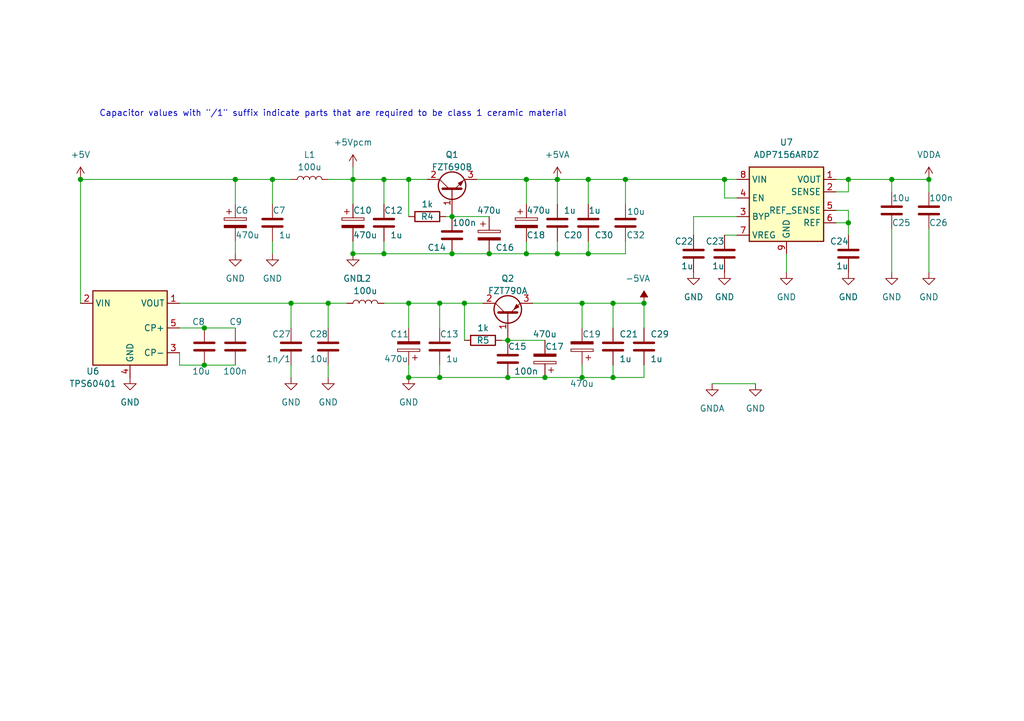
<source format=kicad_sch>
(kicad_sch
	(version 20231120)
	(generator "eeschema")
	(generator_version "8.0")
	(uuid "a58783fc-3cf8-4964-a669-dd5615ff15c4")
	(paper "A5")
	(title_block
		(title "MISRC")
		(date "2024-05-10")
		(rev "2.0")
		(comment 1 "Power supply")
	)
	(lib_symbols
		(symbol "Device:C"
			(pin_numbers hide)
			(pin_names
				(offset 0.254)
			)
			(exclude_from_sim no)
			(in_bom yes)
			(on_board yes)
			(property "Reference" "C"
				(at 0.635 2.54 0)
				(effects
					(font
						(size 1.27 1.27)
					)
					(justify left)
				)
			)
			(property "Value" "C"
				(at 0.635 -2.54 0)
				(effects
					(font
						(size 1.27 1.27)
					)
					(justify left)
				)
			)
			(property "Footprint" ""
				(at 0.9652 -3.81 0)
				(effects
					(font
						(size 1.27 1.27)
					)
					(hide yes)
				)
			)
			(property "Datasheet" "~"
				(at 0 0 0)
				(effects
					(font
						(size 1.27 1.27)
					)
					(hide yes)
				)
			)
			(property "Description" "Unpolarized capacitor"
				(at 0 0 0)
				(effects
					(font
						(size 1.27 1.27)
					)
					(hide yes)
				)
			)
			(property "ki_keywords" "cap capacitor"
				(at 0 0 0)
				(effects
					(font
						(size 1.27 1.27)
					)
					(hide yes)
				)
			)
			(property "ki_fp_filters" "C_*"
				(at 0 0 0)
				(effects
					(font
						(size 1.27 1.27)
					)
					(hide yes)
				)
			)
			(symbol "C_0_1"
				(polyline
					(pts
						(xy -2.032 -0.762) (xy 2.032 -0.762)
					)
					(stroke
						(width 0.508)
						(type default)
					)
					(fill
						(type none)
					)
				)
				(polyline
					(pts
						(xy -2.032 0.762) (xy 2.032 0.762)
					)
					(stroke
						(width 0.508)
						(type default)
					)
					(fill
						(type none)
					)
				)
			)
			(symbol "C_1_1"
				(pin passive line
					(at 0 3.81 270)
					(length 2.794)
					(name "~"
						(effects
							(font
								(size 1.27 1.27)
							)
						)
					)
					(number "1"
						(effects
							(font
								(size 1.27 1.27)
							)
						)
					)
				)
				(pin passive line
					(at 0 -3.81 90)
					(length 2.794)
					(name "~"
						(effects
							(font
								(size 1.27 1.27)
							)
						)
					)
					(number "2"
						(effects
							(font
								(size 1.27 1.27)
							)
						)
					)
				)
			)
		)
		(symbol "Device:C_Polarized"
			(pin_numbers hide)
			(pin_names
				(offset 0.254)
			)
			(exclude_from_sim no)
			(in_bom yes)
			(on_board yes)
			(property "Reference" "C"
				(at 0.635 2.54 0)
				(effects
					(font
						(size 1.27 1.27)
					)
					(justify left)
				)
			)
			(property "Value" "C_Polarized"
				(at 0.635 -2.54 0)
				(effects
					(font
						(size 1.27 1.27)
					)
					(justify left)
				)
			)
			(property "Footprint" ""
				(at 0.9652 -3.81 0)
				(effects
					(font
						(size 1.27 1.27)
					)
					(hide yes)
				)
			)
			(property "Datasheet" "~"
				(at 0 0 0)
				(effects
					(font
						(size 1.27 1.27)
					)
					(hide yes)
				)
			)
			(property "Description" "Polarized capacitor"
				(at 0 0 0)
				(effects
					(font
						(size 1.27 1.27)
					)
					(hide yes)
				)
			)
			(property "ki_keywords" "cap capacitor"
				(at 0 0 0)
				(effects
					(font
						(size 1.27 1.27)
					)
					(hide yes)
				)
			)
			(property "ki_fp_filters" "CP_*"
				(at 0 0 0)
				(effects
					(font
						(size 1.27 1.27)
					)
					(hide yes)
				)
			)
			(symbol "C_Polarized_0_1"
				(rectangle
					(start -2.286 0.508)
					(end 2.286 1.016)
					(stroke
						(width 0)
						(type default)
					)
					(fill
						(type none)
					)
				)
				(polyline
					(pts
						(xy -1.778 2.286) (xy -0.762 2.286)
					)
					(stroke
						(width 0)
						(type default)
					)
					(fill
						(type none)
					)
				)
				(polyline
					(pts
						(xy -1.27 2.794) (xy -1.27 1.778)
					)
					(stroke
						(width 0)
						(type default)
					)
					(fill
						(type none)
					)
				)
				(rectangle
					(start 2.286 -0.508)
					(end -2.286 -1.016)
					(stroke
						(width 0)
						(type default)
					)
					(fill
						(type outline)
					)
				)
			)
			(symbol "C_Polarized_1_1"
				(pin passive line
					(at 0 3.81 270)
					(length 2.794)
					(name "~"
						(effects
							(font
								(size 1.27 1.27)
							)
						)
					)
					(number "1"
						(effects
							(font
								(size 1.27 1.27)
							)
						)
					)
				)
				(pin passive line
					(at 0 -3.81 90)
					(length 2.794)
					(name "~"
						(effects
							(font
								(size 1.27 1.27)
							)
						)
					)
					(number "2"
						(effects
							(font
								(size 1.27 1.27)
							)
						)
					)
				)
			)
		)
		(symbol "Device:L"
			(pin_numbers hide)
			(pin_names
				(offset 1.016) hide)
			(exclude_from_sim no)
			(in_bom yes)
			(on_board yes)
			(property "Reference" "L"
				(at -1.27 0 90)
				(effects
					(font
						(size 1.27 1.27)
					)
				)
			)
			(property "Value" "L"
				(at 1.905 0 90)
				(effects
					(font
						(size 1.27 1.27)
					)
				)
			)
			(property "Footprint" ""
				(at 0 0 0)
				(effects
					(font
						(size 1.27 1.27)
					)
					(hide yes)
				)
			)
			(property "Datasheet" "~"
				(at 0 0 0)
				(effects
					(font
						(size 1.27 1.27)
					)
					(hide yes)
				)
			)
			(property "Description" "Inductor"
				(at 0 0 0)
				(effects
					(font
						(size 1.27 1.27)
					)
					(hide yes)
				)
			)
			(property "ki_keywords" "inductor choke coil reactor magnetic"
				(at 0 0 0)
				(effects
					(font
						(size 1.27 1.27)
					)
					(hide yes)
				)
			)
			(property "ki_fp_filters" "Choke_* *Coil* Inductor_* L_*"
				(at 0 0 0)
				(effects
					(font
						(size 1.27 1.27)
					)
					(hide yes)
				)
			)
			(symbol "L_0_1"
				(arc
					(start 0 -2.54)
					(mid 0.6323 -1.905)
					(end 0 -1.27)
					(stroke
						(width 0)
						(type default)
					)
					(fill
						(type none)
					)
				)
				(arc
					(start 0 -1.27)
					(mid 0.6323 -0.635)
					(end 0 0)
					(stroke
						(width 0)
						(type default)
					)
					(fill
						(type none)
					)
				)
				(arc
					(start 0 0)
					(mid 0.6323 0.635)
					(end 0 1.27)
					(stroke
						(width 0)
						(type default)
					)
					(fill
						(type none)
					)
				)
				(arc
					(start 0 1.27)
					(mid 0.6323 1.905)
					(end 0 2.54)
					(stroke
						(width 0)
						(type default)
					)
					(fill
						(type none)
					)
				)
			)
			(symbol "L_1_1"
				(pin passive line
					(at 0 3.81 270)
					(length 1.27)
					(name "1"
						(effects
							(font
								(size 1.27 1.27)
							)
						)
					)
					(number "1"
						(effects
							(font
								(size 1.27 1.27)
							)
						)
					)
				)
				(pin passive line
					(at 0 -3.81 90)
					(length 1.27)
					(name "2"
						(effects
							(font
								(size 1.27 1.27)
							)
						)
					)
					(number "2"
						(effects
							(font
								(size 1.27 1.27)
							)
						)
					)
				)
			)
		)
		(symbol "Device:Q_NPN_BCE"
			(pin_names
				(offset 0) hide)
			(exclude_from_sim no)
			(in_bom yes)
			(on_board yes)
			(property "Reference" "Q"
				(at 5.08 1.27 0)
				(effects
					(font
						(size 1.27 1.27)
					)
					(justify left)
				)
			)
			(property "Value" "Q_NPN_BCE"
				(at 5.08 -1.27 0)
				(effects
					(font
						(size 1.27 1.27)
					)
					(justify left)
				)
			)
			(property "Footprint" ""
				(at 5.08 2.54 0)
				(effects
					(font
						(size 1.27 1.27)
					)
					(hide yes)
				)
			)
			(property "Datasheet" "~"
				(at 0 0 0)
				(effects
					(font
						(size 1.27 1.27)
					)
					(hide yes)
				)
			)
			(property "Description" "NPN transistor, base/collector/emitter"
				(at 0 0 0)
				(effects
					(font
						(size 1.27 1.27)
					)
					(hide yes)
				)
			)
			(property "ki_keywords" "transistor NPN"
				(at 0 0 0)
				(effects
					(font
						(size 1.27 1.27)
					)
					(hide yes)
				)
			)
			(symbol "Q_NPN_BCE_0_1"
				(polyline
					(pts
						(xy 0.635 0.635) (xy 2.54 2.54)
					)
					(stroke
						(width 0)
						(type default)
					)
					(fill
						(type none)
					)
				)
				(polyline
					(pts
						(xy 0.635 -0.635) (xy 2.54 -2.54) (xy 2.54 -2.54)
					)
					(stroke
						(width 0)
						(type default)
					)
					(fill
						(type none)
					)
				)
				(polyline
					(pts
						(xy 0.635 1.905) (xy 0.635 -1.905) (xy 0.635 -1.905)
					)
					(stroke
						(width 0.508)
						(type default)
					)
					(fill
						(type none)
					)
				)
				(polyline
					(pts
						(xy 1.27 -1.778) (xy 1.778 -1.27) (xy 2.286 -2.286) (xy 1.27 -1.778) (xy 1.27 -1.778)
					)
					(stroke
						(width 0)
						(type default)
					)
					(fill
						(type outline)
					)
				)
				(circle
					(center 1.27 0)
					(radius 2.8194)
					(stroke
						(width 0.254)
						(type default)
					)
					(fill
						(type none)
					)
				)
			)
			(symbol "Q_NPN_BCE_1_1"
				(pin input line
					(at -5.08 0 0)
					(length 5.715)
					(name "B"
						(effects
							(font
								(size 1.27 1.27)
							)
						)
					)
					(number "1"
						(effects
							(font
								(size 1.27 1.27)
							)
						)
					)
				)
				(pin passive line
					(at 2.54 5.08 270)
					(length 2.54)
					(name "C"
						(effects
							(font
								(size 1.27 1.27)
							)
						)
					)
					(number "2"
						(effects
							(font
								(size 1.27 1.27)
							)
						)
					)
				)
				(pin passive line
					(at 2.54 -5.08 90)
					(length 2.54)
					(name "E"
						(effects
							(font
								(size 1.27 1.27)
							)
						)
					)
					(number "3"
						(effects
							(font
								(size 1.27 1.27)
							)
						)
					)
				)
			)
		)
		(symbol "Device:Q_PNP_BCE"
			(pin_names
				(offset 0) hide)
			(exclude_from_sim no)
			(in_bom yes)
			(on_board yes)
			(property "Reference" "Q"
				(at 5.08 1.27 0)
				(effects
					(font
						(size 1.27 1.27)
					)
					(justify left)
				)
			)
			(property "Value" "Q_PNP_BCE"
				(at 5.08 -1.27 0)
				(effects
					(font
						(size 1.27 1.27)
					)
					(justify left)
				)
			)
			(property "Footprint" ""
				(at 5.08 2.54 0)
				(effects
					(font
						(size 1.27 1.27)
					)
					(hide yes)
				)
			)
			(property "Datasheet" "~"
				(at 0 0 0)
				(effects
					(font
						(size 1.27 1.27)
					)
					(hide yes)
				)
			)
			(property "Description" "PNP transistor, base/collector/emitter"
				(at 0 0 0)
				(effects
					(font
						(size 1.27 1.27)
					)
					(hide yes)
				)
			)
			(property "ki_keywords" "transistor PNP"
				(at 0 0 0)
				(effects
					(font
						(size 1.27 1.27)
					)
					(hide yes)
				)
			)
			(symbol "Q_PNP_BCE_0_1"
				(polyline
					(pts
						(xy 0.635 0.635) (xy 2.54 2.54)
					)
					(stroke
						(width 0)
						(type default)
					)
					(fill
						(type none)
					)
				)
				(polyline
					(pts
						(xy 0.635 -0.635) (xy 2.54 -2.54) (xy 2.54 -2.54)
					)
					(stroke
						(width 0)
						(type default)
					)
					(fill
						(type none)
					)
				)
				(polyline
					(pts
						(xy 0.635 1.905) (xy 0.635 -1.905) (xy 0.635 -1.905)
					)
					(stroke
						(width 0.508)
						(type default)
					)
					(fill
						(type none)
					)
				)
				(polyline
					(pts
						(xy 2.286 -1.778) (xy 1.778 -2.286) (xy 1.27 -1.27) (xy 2.286 -1.778) (xy 2.286 -1.778)
					)
					(stroke
						(width 0)
						(type default)
					)
					(fill
						(type outline)
					)
				)
				(circle
					(center 1.27 0)
					(radius 2.8194)
					(stroke
						(width 0.254)
						(type default)
					)
					(fill
						(type none)
					)
				)
			)
			(symbol "Q_PNP_BCE_1_1"
				(pin input line
					(at -5.08 0 0)
					(length 5.715)
					(name "B"
						(effects
							(font
								(size 1.27 1.27)
							)
						)
					)
					(number "1"
						(effects
							(font
								(size 1.27 1.27)
							)
						)
					)
				)
				(pin passive line
					(at 2.54 5.08 270)
					(length 2.54)
					(name "C"
						(effects
							(font
								(size 1.27 1.27)
							)
						)
					)
					(number "2"
						(effects
							(font
								(size 1.27 1.27)
							)
						)
					)
				)
				(pin passive line
					(at 2.54 -5.08 90)
					(length 2.54)
					(name "E"
						(effects
							(font
								(size 1.27 1.27)
							)
						)
					)
					(number "3"
						(effects
							(font
								(size 1.27 1.27)
							)
						)
					)
				)
			)
		)
		(symbol "Device:R"
			(pin_numbers hide)
			(pin_names
				(offset 0)
			)
			(exclude_from_sim no)
			(in_bom yes)
			(on_board yes)
			(property "Reference" "R"
				(at 2.032 0 90)
				(effects
					(font
						(size 1.27 1.27)
					)
				)
			)
			(property "Value" "R"
				(at 0 0 90)
				(effects
					(font
						(size 1.27 1.27)
					)
				)
			)
			(property "Footprint" ""
				(at -1.778 0 90)
				(effects
					(font
						(size 1.27 1.27)
					)
					(hide yes)
				)
			)
			(property "Datasheet" "~"
				(at 0 0 0)
				(effects
					(font
						(size 1.27 1.27)
					)
					(hide yes)
				)
			)
			(property "Description" "Resistor"
				(at 0 0 0)
				(effects
					(font
						(size 1.27 1.27)
					)
					(hide yes)
				)
			)
			(property "ki_keywords" "R res resistor"
				(at 0 0 0)
				(effects
					(font
						(size 1.27 1.27)
					)
					(hide yes)
				)
			)
			(property "ki_fp_filters" "R_*"
				(at 0 0 0)
				(effects
					(font
						(size 1.27 1.27)
					)
					(hide yes)
				)
			)
			(symbol "R_0_1"
				(rectangle
					(start -1.016 -2.54)
					(end 1.016 2.54)
					(stroke
						(width 0.254)
						(type default)
					)
					(fill
						(type none)
					)
				)
			)
			(symbol "R_1_1"
				(pin passive line
					(at 0 3.81 270)
					(length 1.27)
					(name "~"
						(effects
							(font
								(size 1.27 1.27)
							)
						)
					)
					(number "1"
						(effects
							(font
								(size 1.27 1.27)
							)
						)
					)
				)
				(pin passive line
					(at 0 -3.81 90)
					(length 1.27)
					(name "~"
						(effects
							(font
								(size 1.27 1.27)
							)
						)
					)
					(number "2"
						(effects
							(font
								(size 1.27 1.27)
							)
						)
					)
				)
			)
		)
		(symbol "adp7156:ADP7156ARDZ"
			(exclude_from_sim no)
			(in_bom yes)
			(on_board yes)
			(property "Reference" "U"
				(at 0 12.7 0)
				(effects
					(font
						(size 1.27 1.27)
					)
					(justify top)
				)
			)
			(property "Value" "ADP7156ARDZ"
				(at 0 8.89 0)
				(effects
					(font
						(size 1.27 1.27)
					)
				)
			)
			(property "Footprint" "Package_SO:SOIC-8-1EP_3.9x4.9mm_P1.27mm_EP2.29x3mm"
				(at 0 -10.16 0)
				(effects
					(font
						(size 1.27 1.27)
						(italic yes)
					)
					(hide yes)
				)
			)
			(property "Datasheet" "https://www.analog.com/media/en/technical-documentation/data-sheets/ADP7156.pdf"
				(at 0 -12.7 0)
				(effects
					(font
						(size 1.27 1.27)
					)
					(hide yes)
				)
			)
			(property "Description" "1.2A, Ultralow Noise, High PSRR, RF Linear Regulator, Positive, Fixed voltages, SOIC-8"
				(at 0 0 0)
				(effects
					(font
						(size 1.27 1.27)
					)
					(hide yes)
				)
			)
			(property "ki_keywords" "linear regulator ldo adjustable positive"
				(at 0 0 0)
				(effects
					(font
						(size 1.27 1.27)
					)
					(hide yes)
				)
			)
			(property "ki_fp_filters" "SOIC*1EP*3.9x4.9mm*P1.27mm*"
				(at 0 0 0)
				(effects
					(font
						(size 1.27 1.27)
					)
					(hide yes)
				)
			)
			(symbol "ADP7156ARDZ_0_1"
				(rectangle
					(start -7.62 7.62)
					(end 7.62 -7.62)
					(stroke
						(width 0.254)
						(type default)
					)
					(fill
						(type background)
					)
				)
			)
			(symbol "ADP7156ARDZ_1_1"
				(pin power_out line
					(at 10.16 5.08 180)
					(length 2.54)
					(name "VOUT"
						(effects
							(font
								(size 1.27 1.27)
							)
						)
					)
					(number "1"
						(effects
							(font
								(size 1.27 1.27)
							)
						)
					)
				)
				(pin power_out line
					(at 10.16 2.54 180)
					(length 2.54)
					(name "SENSE"
						(effects
							(font
								(size 1.27 1.27)
							)
						)
					)
					(number "2"
						(effects
							(font
								(size 1.27 1.27)
							)
						)
					)
				)
				(pin input line
					(at -10.16 -2.54 0)
					(length 2.54)
					(name "BYP"
						(effects
							(font
								(size 1.27 1.27)
							)
						)
					)
					(number "3"
						(effects
							(font
								(size 1.27 1.27)
							)
						)
					)
				)
				(pin power_in line
					(at -10.16 1.27 0)
					(length 2.54)
					(name "EN"
						(effects
							(font
								(size 1.27 1.27)
							)
						)
					)
					(number "4"
						(effects
							(font
								(size 1.27 1.27)
							)
						)
					)
				)
				(pin input line
					(at 10.16 -1.27 180)
					(length 2.54)
					(name "REF_SENSE"
						(effects
							(font
								(size 1.27 1.27)
							)
						)
					)
					(number "5"
						(effects
							(font
								(size 1.27 1.27)
							)
						)
					)
				)
				(pin input line
					(at 10.16 -3.81 180)
					(length 2.54)
					(name "REF"
						(effects
							(font
								(size 1.27 1.27)
							)
						)
					)
					(number "6"
						(effects
							(font
								(size 1.27 1.27)
							)
						)
					)
				)
				(pin power_in line
					(at -10.16 -6.35 0)
					(length 2.54)
					(name "VREG"
						(effects
							(font
								(size 1.27 1.27)
							)
						)
					)
					(number "7"
						(effects
							(font
								(size 1.27 1.27)
							)
						)
					)
				)
				(pin power_in line
					(at -10.16 5.08 0)
					(length 2.54)
					(name "VIN"
						(effects
							(font
								(size 1.27 1.27)
							)
						)
					)
					(number "8"
						(effects
							(font
								(size 1.27 1.27)
							)
						)
					)
				)
				(pin power_in line
					(at 0 -10.16 90)
					(length 2.54)
					(name "GND"
						(effects
							(font
								(size 1.27 1.27)
							)
						)
					)
					(number "9"
						(effects
							(font
								(size 1.27 1.27)
							)
						)
					)
				)
			)
		)
		(symbol "power:+5V"
			(power)
			(pin_names
				(offset 0)
			)
			(exclude_from_sim no)
			(in_bom yes)
			(on_board yes)
			(property "Reference" "#PWR"
				(at 0 -3.81 0)
				(effects
					(font
						(size 1.27 1.27)
					)
					(hide yes)
				)
			)
			(property "Value" "+5V"
				(at 0 3.556 0)
				(effects
					(font
						(size 1.27 1.27)
					)
				)
			)
			(property "Footprint" ""
				(at 0 0 0)
				(effects
					(font
						(size 1.27 1.27)
					)
					(hide yes)
				)
			)
			(property "Datasheet" ""
				(at 0 0 0)
				(effects
					(font
						(size 1.27 1.27)
					)
					(hide yes)
				)
			)
			(property "Description" "Power symbol creates a global label with name \"+5V\""
				(at 0 0 0)
				(effects
					(font
						(size 1.27 1.27)
					)
					(hide yes)
				)
			)
			(property "ki_keywords" "global power"
				(at 0 0 0)
				(effects
					(font
						(size 1.27 1.27)
					)
					(hide yes)
				)
			)
			(symbol "+5V_0_1"
				(polyline
					(pts
						(xy -0.762 1.27) (xy 0 2.54)
					)
					(stroke
						(width 0)
						(type default)
					)
					(fill
						(type none)
					)
				)
				(polyline
					(pts
						(xy 0 0) (xy 0 2.54)
					)
					(stroke
						(width 0)
						(type default)
					)
					(fill
						(type none)
					)
				)
				(polyline
					(pts
						(xy 0 2.54) (xy 0.762 1.27)
					)
					(stroke
						(width 0)
						(type default)
					)
					(fill
						(type none)
					)
				)
			)
			(symbol "+5V_1_1"
				(pin power_in line
					(at 0 0 90)
					(length 0) hide
					(name "+5V"
						(effects
							(font
								(size 1.27 1.27)
							)
						)
					)
					(number "1"
						(effects
							(font
								(size 1.27 1.27)
							)
						)
					)
				)
			)
		)
		(symbol "power:+5VA"
			(power)
			(pin_names
				(offset 0)
			)
			(exclude_from_sim no)
			(in_bom yes)
			(on_board yes)
			(property "Reference" "#PWR"
				(at 0 -3.81 0)
				(effects
					(font
						(size 1.27 1.27)
					)
					(hide yes)
				)
			)
			(property "Value" "+5VA"
				(at 0 3.556 0)
				(effects
					(font
						(size 1.27 1.27)
					)
				)
			)
			(property "Footprint" ""
				(at 0 0 0)
				(effects
					(font
						(size 1.27 1.27)
					)
					(hide yes)
				)
			)
			(property "Datasheet" ""
				(at 0 0 0)
				(effects
					(font
						(size 1.27 1.27)
					)
					(hide yes)
				)
			)
			(property "Description" "Power symbol creates a global label with name \"+5VA\""
				(at 0 0 0)
				(effects
					(font
						(size 1.27 1.27)
					)
					(hide yes)
				)
			)
			(property "ki_keywords" "global power"
				(at 0 0 0)
				(effects
					(font
						(size 1.27 1.27)
					)
					(hide yes)
				)
			)
			(symbol "+5VA_0_1"
				(polyline
					(pts
						(xy -0.762 1.27) (xy 0 2.54)
					)
					(stroke
						(width 0)
						(type default)
					)
					(fill
						(type none)
					)
				)
				(polyline
					(pts
						(xy 0 0) (xy 0 2.54)
					)
					(stroke
						(width 0)
						(type default)
					)
					(fill
						(type none)
					)
				)
				(polyline
					(pts
						(xy 0 2.54) (xy 0.762 1.27)
					)
					(stroke
						(width 0)
						(type default)
					)
					(fill
						(type none)
					)
				)
			)
			(symbol "+5VA_1_1"
				(pin power_in line
					(at 0 0 90)
					(length 0) hide
					(name "+5VA"
						(effects
							(font
								(size 1.27 1.27)
							)
						)
					)
					(number "1"
						(effects
							(font
								(size 1.27 1.27)
							)
						)
					)
				)
			)
		)
		(symbol "power:-5VA"
			(power)
			(pin_names
				(offset 0)
			)
			(exclude_from_sim no)
			(in_bom yes)
			(on_board yes)
			(property "Reference" "#PWR"
				(at 0 2.54 0)
				(effects
					(font
						(size 1.27 1.27)
					)
					(hide yes)
				)
			)
			(property "Value" "-5VA"
				(at 0 3.81 0)
				(effects
					(font
						(size 1.27 1.27)
					)
				)
			)
			(property "Footprint" ""
				(at 0 0 0)
				(effects
					(font
						(size 1.27 1.27)
					)
					(hide yes)
				)
			)
			(property "Datasheet" ""
				(at 0 0 0)
				(effects
					(font
						(size 1.27 1.27)
					)
					(hide yes)
				)
			)
			(property "Description" "Power symbol creates a global label with name \"-5VA\""
				(at 0 0 0)
				(effects
					(font
						(size 1.27 1.27)
					)
					(hide yes)
				)
			)
			(property "ki_keywords" "global power"
				(at 0 0 0)
				(effects
					(font
						(size 1.27 1.27)
					)
					(hide yes)
				)
			)
			(symbol "-5VA_0_0"
				(pin power_in line
					(at 0 0 90)
					(length 0) hide
					(name "-5VA"
						(effects
							(font
								(size 1.27 1.27)
							)
						)
					)
					(number "1"
						(effects
							(font
								(size 1.27 1.27)
							)
						)
					)
				)
			)
			(symbol "-5VA_0_1"
				(polyline
					(pts
						(xy 0 0) (xy 0 1.27) (xy 0.762 1.27) (xy 0 2.54) (xy -0.762 1.27) (xy 0 1.27)
					)
					(stroke
						(width 0)
						(type default)
					)
					(fill
						(type outline)
					)
				)
			)
		)
		(symbol "power:GND"
			(power)
			(pin_names
				(offset 0)
			)
			(exclude_from_sim no)
			(in_bom yes)
			(on_board yes)
			(property "Reference" "#PWR"
				(at 0 -6.35 0)
				(effects
					(font
						(size 1.27 1.27)
					)
					(hide yes)
				)
			)
			(property "Value" "GND"
				(at 0 -3.81 0)
				(effects
					(font
						(size 1.27 1.27)
					)
				)
			)
			(property "Footprint" ""
				(at 0 0 0)
				(effects
					(font
						(size 1.27 1.27)
					)
					(hide yes)
				)
			)
			(property "Datasheet" ""
				(at 0 0 0)
				(effects
					(font
						(size 1.27 1.27)
					)
					(hide yes)
				)
			)
			(property "Description" "Power symbol creates a global label with name \"GND\" , ground"
				(at 0 0 0)
				(effects
					(font
						(size 1.27 1.27)
					)
					(hide yes)
				)
			)
			(property "ki_keywords" "global power"
				(at 0 0 0)
				(effects
					(font
						(size 1.27 1.27)
					)
					(hide yes)
				)
			)
			(symbol "GND_0_1"
				(polyline
					(pts
						(xy 0 0) (xy 0 -1.27) (xy 1.27 -1.27) (xy 0 -2.54) (xy -1.27 -1.27) (xy 0 -1.27)
					)
					(stroke
						(width 0)
						(type default)
					)
					(fill
						(type none)
					)
				)
			)
			(symbol "GND_1_1"
				(pin power_in line
					(at 0 0 270)
					(length 0) hide
					(name "GND"
						(effects
							(font
								(size 1.27 1.27)
							)
						)
					)
					(number "1"
						(effects
							(font
								(size 1.27 1.27)
							)
						)
					)
				)
			)
		)
		(symbol "power:GNDA"
			(power)
			(pin_names
				(offset 0)
			)
			(exclude_from_sim no)
			(in_bom yes)
			(on_board yes)
			(property "Reference" "#PWR"
				(at 0 -6.35 0)
				(effects
					(font
						(size 1.27 1.27)
					)
					(hide yes)
				)
			)
			(property "Value" "GNDA"
				(at 0 -3.81 0)
				(effects
					(font
						(size 1.27 1.27)
					)
				)
			)
			(property "Footprint" ""
				(at 0 0 0)
				(effects
					(font
						(size 1.27 1.27)
					)
					(hide yes)
				)
			)
			(property "Datasheet" ""
				(at 0 0 0)
				(effects
					(font
						(size 1.27 1.27)
					)
					(hide yes)
				)
			)
			(property "Description" "Power symbol creates a global label with name \"GNDA\" , analog ground"
				(at 0 0 0)
				(effects
					(font
						(size 1.27 1.27)
					)
					(hide yes)
				)
			)
			(property "ki_keywords" "global power"
				(at 0 0 0)
				(effects
					(font
						(size 1.27 1.27)
					)
					(hide yes)
				)
			)
			(symbol "GNDA_0_1"
				(polyline
					(pts
						(xy 0 0) (xy 0 -1.27) (xy 1.27 -1.27) (xy 0 -2.54) (xy -1.27 -1.27) (xy 0 -1.27)
					)
					(stroke
						(width 0)
						(type default)
					)
					(fill
						(type none)
					)
				)
			)
			(symbol "GNDA_1_1"
				(pin power_in line
					(at 0 0 270)
					(length 0) hide
					(name "GNDA"
						(effects
							(font
								(size 1.27 1.27)
							)
						)
					)
					(number "1"
						(effects
							(font
								(size 1.27 1.27)
							)
						)
					)
				)
			)
		)
		(symbol "power:VDDA"
			(power)
			(pin_names
				(offset 0)
			)
			(exclude_from_sim no)
			(in_bom yes)
			(on_board yes)
			(property "Reference" "#PWR"
				(at 0 -3.81 0)
				(effects
					(font
						(size 1.27 1.27)
					)
					(hide yes)
				)
			)
			(property "Value" "VDDA"
				(at 0 3.81 0)
				(effects
					(font
						(size 1.27 1.27)
					)
				)
			)
			(property "Footprint" ""
				(at 0 0 0)
				(effects
					(font
						(size 1.27 1.27)
					)
					(hide yes)
				)
			)
			(property "Datasheet" ""
				(at 0 0 0)
				(effects
					(font
						(size 1.27 1.27)
					)
					(hide yes)
				)
			)
			(property "Description" "Power symbol creates a global label with name \"VDDA\""
				(at 0 0 0)
				(effects
					(font
						(size 1.27 1.27)
					)
					(hide yes)
				)
			)
			(property "ki_keywords" "global power"
				(at 0 0 0)
				(effects
					(font
						(size 1.27 1.27)
					)
					(hide yes)
				)
			)
			(symbol "VDDA_0_1"
				(polyline
					(pts
						(xy -0.762 1.27) (xy 0 2.54)
					)
					(stroke
						(width 0)
						(type default)
					)
					(fill
						(type none)
					)
				)
				(polyline
					(pts
						(xy 0 0) (xy 0 2.54)
					)
					(stroke
						(width 0)
						(type default)
					)
					(fill
						(type none)
					)
				)
				(polyline
					(pts
						(xy 0 2.54) (xy 0.762 1.27)
					)
					(stroke
						(width 0)
						(type default)
					)
					(fill
						(type none)
					)
				)
			)
			(symbol "VDDA_1_1"
				(pin power_in line
					(at 0 0 90)
					(length 0) hide
					(name "VDDA"
						(effects
							(font
								(size 1.27 1.27)
							)
						)
					)
					(number "1"
						(effects
							(font
								(size 1.27 1.27)
							)
						)
					)
				)
			)
		)
		(symbol "tps6040x:TPS6040x"
			(exclude_from_sim no)
			(in_bom yes)
			(on_board yes)
			(property "Reference" "U"
				(at -7.62 10.16 0)
				(effects
					(font
						(size 1.27 1.27)
					)
				)
			)
			(property "Value" "TPS6040x"
				(at 5.08 10.16 0)
				(effects
					(font
						(size 1.27 1.27)
					)
				)
			)
			(property "Footprint" "Package_TO_SOT_SMD:SOT-23-5"
				(at 0 0 0)
				(effects
					(font
						(size 1.27 1.27)
					)
					(hide yes)
				)
			)
			(property "Datasheet" "https://www.ti.com/lit/gpn/tps60401"
				(at 0 0 0)
				(effects
					(font
						(size 1.27 1.27)
					)
					(hide yes)
				)
			)
			(property "Description" "60mA charge-pump, SOT-23-5"
				(at 0 0 0)
				(effects
					(font
						(size 1.27 1.27)
					)
					(hide yes)
				)
			)
			(property "ki_keywords" "charge pump"
				(at 0 0 0)
				(effects
					(font
						(size 1.27 1.27)
					)
					(hide yes)
				)
			)
			(property "ki_fp_filters" "SOT?23*"
				(at 0 0 0)
				(effects
					(font
						(size 1.27 1.27)
					)
					(hide yes)
				)
			)
			(symbol "TPS6040x_0_1"
				(rectangle
					(start -7.62 7.62)
					(end 7.62 -7.62)
					(stroke
						(width 0.254)
						(type default)
					)
					(fill
						(type background)
					)
				)
			)
			(symbol "TPS6040x_1_1"
				(pin power_out line
					(at 10.16 5.08 180)
					(length 2.54)
					(name "VOUT"
						(effects
							(font
								(size 1.27 1.27)
							)
						)
					)
					(number "1"
						(effects
							(font
								(size 1.27 1.27)
							)
						)
					)
				)
				(pin power_in line
					(at -10.16 5.08 0)
					(length 2.54)
					(name "VIN"
						(effects
							(font
								(size 1.27 1.27)
							)
						)
					)
					(number "2"
						(effects
							(font
								(size 1.27 1.27)
							)
						)
					)
				)
				(pin passive line
					(at 10.16 -5.08 180)
					(length 2.54)
					(name "CP-"
						(effects
							(font
								(size 1.27 1.27)
							)
						)
					)
					(number "3"
						(effects
							(font
								(size 1.27 1.27)
							)
						)
					)
				)
				(pin power_in line
					(at 0 -10.16 90)
					(length 2.54)
					(name "GND"
						(effects
							(font
								(size 1.27 1.27)
							)
						)
					)
					(number "4"
						(effects
							(font
								(size 1.27 1.27)
							)
						)
					)
				)
				(pin passive line
					(at 10.16 0 180)
					(length 2.54)
					(name "CP+"
						(effects
							(font
								(size 1.27 1.27)
							)
						)
					)
					(number "5"
						(effects
							(font
								(size 1.27 1.27)
							)
						)
					)
				)
			)
		)
	)
	(junction
		(at 41.91 74.93)
		(diameter 0)
		(color 0 0 0 0)
		(uuid "05edd787-2104-4bac-86bb-05acaebfd74c")
	)
	(junction
		(at 148.59 36.83)
		(diameter 0)
		(color 0 0 0 0)
		(uuid "0644576b-e8c4-478b-bfcb-f9a23a66ed9e")
	)
	(junction
		(at 59.69 62.23)
		(diameter 0)
		(color 0 0 0 0)
		(uuid "0bf48cee-7b15-416c-aecb-a37c4c47cad2")
	)
	(junction
		(at 125.73 77.47)
		(diameter 0)
		(color 0 0 0 0)
		(uuid "0d9150f3-502a-444b-a368-bc80f51981fc")
	)
	(junction
		(at 92.71 52.07)
		(diameter 0)
		(color 0 0 0 0)
		(uuid "0faf6fac-3ca5-45da-be4d-e5b6cb165c09")
	)
	(junction
		(at 104.14 77.47)
		(diameter 0)
		(color 0 0 0 0)
		(uuid "13c8ef04-a9c8-4f7b-bae1-8215fef25029")
	)
	(junction
		(at 41.91 67.31)
		(diameter 0)
		(color 0 0 0 0)
		(uuid "16feb6db-df19-4b5d-b11f-99a46a96ba5f")
	)
	(junction
		(at 83.82 77.47)
		(diameter 0)
		(color 0 0 0 0)
		(uuid "1abf7de4-558c-4fff-bed3-48aa233764f8")
	)
	(junction
		(at 107.95 36.83)
		(diameter 0)
		(color 0 0 0 0)
		(uuid "1cffba1b-8b2c-4764-b83a-3bc4e94aabae")
	)
	(junction
		(at 67.31 62.23)
		(diameter 0)
		(color 0 0 0 0)
		(uuid "24ea01ed-2522-4b03-a5d0-6a6ee6db3d61")
	)
	(junction
		(at 132.08 62.23)
		(diameter 0)
		(color 0 0 0 0)
		(uuid "2db4ed44-8bd1-4a7d-a5c0-f5cf9f056f9b")
	)
	(junction
		(at 48.26 36.83)
		(diameter 0)
		(color 0 0 0 0)
		(uuid "2de05dc9-0740-4be6-8b1b-eb95020f9992")
	)
	(junction
		(at 104.14 69.85)
		(diameter 0)
		(color 0 0 0 0)
		(uuid "307d4427-5af5-4ac8-b872-73699bfac8ea")
	)
	(junction
		(at 190.5 36.83)
		(diameter 0)
		(color 0 0 0 0)
		(uuid "34e52d6b-3550-4281-8601-af78d610035d")
	)
	(junction
		(at 120.65 52.07)
		(diameter 0)
		(color 0 0 0 0)
		(uuid "42bb4c94-5bff-45c2-a1ee-69ba357e958d")
	)
	(junction
		(at 107.95 52.07)
		(diameter 0)
		(color 0 0 0 0)
		(uuid "45e97d45-5ea2-43ab-a30b-57d6580f7e0f")
	)
	(junction
		(at 55.88 36.83)
		(diameter 0)
		(color 0 0 0 0)
		(uuid "51b8144b-b8ad-47f0-bc02-f9c0605297fb")
	)
	(junction
		(at 83.82 36.83)
		(diameter 0)
		(color 0 0 0 0)
		(uuid "53948937-986d-498a-9cc5-3f64ccf5d174")
	)
	(junction
		(at 16.51 36.83)
		(diameter 0)
		(color 0 0 0 0)
		(uuid "64f6c57d-1f1c-4ed1-9849-796284457ffb")
	)
	(junction
		(at 83.82 62.23)
		(diameter 0)
		(color 0 0 0 0)
		(uuid "68d37a42-c5f2-4810-a8ff-1d554b05e9b3")
	)
	(junction
		(at 120.65 36.83)
		(diameter 0)
		(color 0 0 0 0)
		(uuid "69435f8b-c5bd-45d9-9727-bcacf450e695")
	)
	(junction
		(at 119.38 77.47)
		(diameter 0)
		(color 0 0 0 0)
		(uuid "6e16a755-2fd3-43a1-9b7e-f77c87b3dd10")
	)
	(junction
		(at 78.74 36.83)
		(diameter 0)
		(color 0 0 0 0)
		(uuid "73885250-115c-44e4-99f8-24a097581a94")
	)
	(junction
		(at 182.88 36.83)
		(diameter 0)
		(color 0 0 0 0)
		(uuid "888a0fd8-04c7-4018-801d-0781b4ae5f1c")
	)
	(junction
		(at 128.27 36.83)
		(diameter 0)
		(color 0 0 0 0)
		(uuid "8996a9db-643a-43f3-8cb6-b9198f9b2ba4")
	)
	(junction
		(at 125.73 62.23)
		(diameter 0)
		(color 0 0 0 0)
		(uuid "8a7e0e31-784d-4388-81ef-32d009474cb4")
	)
	(junction
		(at 173.99 45.72)
		(diameter 0)
		(color 0 0 0 0)
		(uuid "8b3dd65d-2fd9-43ba-98cc-feb997f855fe")
	)
	(junction
		(at 173.99 36.83)
		(diameter 0)
		(color 0 0 0 0)
		(uuid "99c52a3f-7136-441f-bd6c-32e505b07204")
	)
	(junction
		(at 92.71 44.45)
		(diameter 0)
		(color 0 0 0 0)
		(uuid "a3d6b77d-4076-459b-afbd-c2db5aef0575")
	)
	(junction
		(at 114.3 52.07)
		(diameter 0)
		(color 0 0 0 0)
		(uuid "aaff381c-4f5f-49fc-bba6-b1a37555feec")
	)
	(junction
		(at 72.39 36.83)
		(diameter 0)
		(color 0 0 0 0)
		(uuid "ae8bbda9-ed02-489b-b1ab-56d6755da6f0")
	)
	(junction
		(at 100.33 52.07)
		(diameter 0)
		(color 0 0 0 0)
		(uuid "bd46e35d-7c99-41db-b08a-113f68e51048")
	)
	(junction
		(at 114.3 36.83)
		(diameter 0)
		(color 0 0 0 0)
		(uuid "d8597593-2a48-4a56-8de8-1103643c4541")
	)
	(junction
		(at 78.74 52.07)
		(diameter 0)
		(color 0 0 0 0)
		(uuid "e0c84353-d29a-48e8-ab25-43b4f1e9f30f")
	)
	(junction
		(at 90.17 77.47)
		(diameter 0)
		(color 0 0 0 0)
		(uuid "eb995a98-6bc6-41a7-823f-e2b592aba4c7")
	)
	(junction
		(at 95.25 62.23)
		(diameter 0)
		(color 0 0 0 0)
		(uuid "ec72a049-1f71-4832-90a2-d083f88b5cf9")
	)
	(junction
		(at 111.76 77.47)
		(diameter 0)
		(color 0 0 0 0)
		(uuid "f6455069-7966-4232-a9f8-cb01ec7542a6")
	)
	(junction
		(at 72.39 52.07)
		(diameter 0)
		(color 0 0 0 0)
		(uuid "f88b540e-3318-4a7c-a1d4-8886ac95c836")
	)
	(junction
		(at 90.17 62.23)
		(diameter 0)
		(color 0 0 0 0)
		(uuid "f9b2fd1d-2c40-426c-a545-374bb2294be3")
	)
	(junction
		(at 119.38 62.23)
		(diameter 0)
		(color 0 0 0 0)
		(uuid "fff3901e-d36a-42ef-8e7f-ac3a8ff4ebb7")
	)
	(wire
		(pts
			(xy 83.82 74.93) (xy 83.82 77.47)
		)
		(stroke
			(width 0)
			(type default)
		)
		(uuid "05a1ef4d-dfe0-42ea-b21e-bf69302f5043")
	)
	(wire
		(pts
			(xy 171.45 43.18) (xy 173.99 43.18)
		)
		(stroke
			(width 0)
			(type default)
		)
		(uuid "06057d58-1c5c-48d5-ac5d-2d9e8fb419b0")
	)
	(wire
		(pts
			(xy 36.83 67.31) (xy 41.91 67.31)
		)
		(stroke
			(width 0)
			(type default)
		)
		(uuid "084d4bac-602c-446d-893b-a2c55585fb87")
	)
	(wire
		(pts
			(xy 83.82 77.47) (xy 90.17 77.47)
		)
		(stroke
			(width 0)
			(type default)
		)
		(uuid "090ee705-d275-4e99-b2f4-762ff1e7f7ee")
	)
	(wire
		(pts
			(xy 36.83 62.23) (xy 59.69 62.23)
		)
		(stroke
			(width 0)
			(type default)
		)
		(uuid "0b5124e4-81e3-4265-8c3b-512ac6f800f2")
	)
	(wire
		(pts
			(xy 114.3 36.83) (xy 120.65 36.83)
		)
		(stroke
			(width 0)
			(type default)
		)
		(uuid "0ee73474-a646-4cbb-8f8d-41f10bb59915")
	)
	(wire
		(pts
			(xy 59.69 74.93) (xy 59.69 77.47)
		)
		(stroke
			(width 0)
			(type default)
		)
		(uuid "127acb4d-2a09-45ba-b23e-caeb266ff965")
	)
	(wire
		(pts
			(xy 78.74 36.83) (xy 78.74 41.91)
		)
		(stroke
			(width 0)
			(type default)
		)
		(uuid "13fb8557-ebf2-41e1-9fc2-3ecfc0e413c5")
	)
	(wire
		(pts
			(xy 83.82 36.83) (xy 87.63 36.83)
		)
		(stroke
			(width 0)
			(type default)
		)
		(uuid "1ad325df-b659-48b1-8064-59a2ee713498")
	)
	(wire
		(pts
			(xy 125.73 62.23) (xy 132.08 62.23)
		)
		(stroke
			(width 0)
			(type default)
		)
		(uuid "1ed1a451-2345-4c39-ad73-7042d5948e13")
	)
	(wire
		(pts
			(xy 72.39 36.83) (xy 72.39 41.91)
		)
		(stroke
			(width 0)
			(type default)
		)
		(uuid "1f260381-4cbd-487f-8652-4a2b93ec7e7b")
	)
	(wire
		(pts
			(xy 119.38 77.47) (xy 125.73 77.47)
		)
		(stroke
			(width 0)
			(type default)
		)
		(uuid "1f7d52b6-cc52-4227-890f-906ff3282ad3")
	)
	(wire
		(pts
			(xy 120.65 52.07) (xy 120.65 49.53)
		)
		(stroke
			(width 0)
			(type default)
		)
		(uuid "1fc8ac50-de0f-4e29-acf3-3eab55a7390c")
	)
	(wire
		(pts
			(xy 119.38 62.23) (xy 119.38 67.31)
		)
		(stroke
			(width 0)
			(type default)
		)
		(uuid "20589775-986a-43bd-9c63-478fd866aada")
	)
	(wire
		(pts
			(xy 190.5 46.99) (xy 190.5 55.88)
		)
		(stroke
			(width 0)
			(type default)
		)
		(uuid "23a7b1e0-aaf1-493e-9731-a3c11227915a")
	)
	(wire
		(pts
			(xy 78.74 62.23) (xy 83.82 62.23)
		)
		(stroke
			(width 0)
			(type default)
		)
		(uuid "27fb78d3-c2a4-4f68-9b21-6cac83c07204")
	)
	(wire
		(pts
			(xy 83.82 62.23) (xy 83.82 67.31)
		)
		(stroke
			(width 0)
			(type default)
		)
		(uuid "2b8646f6-dc99-41e3-8e27-54ba00db691b")
	)
	(wire
		(pts
			(xy 36.83 72.39) (xy 36.83 74.93)
		)
		(stroke
			(width 0)
			(type default)
		)
		(uuid "2c37f03f-0b33-422a-bdda-da9d08b4ef79")
	)
	(wire
		(pts
			(xy 107.95 36.83) (xy 107.95 41.91)
		)
		(stroke
			(width 0)
			(type default)
		)
		(uuid "2c53a2b4-fea3-4f67-a613-4b482b511650")
	)
	(wire
		(pts
			(xy 111.76 77.47) (xy 119.38 77.47)
		)
		(stroke
			(width 0)
			(type default)
		)
		(uuid "2d30f079-e69e-4e4b-a93a-f1e7fbf23295")
	)
	(wire
		(pts
			(xy 72.39 34.29) (xy 72.39 36.83)
		)
		(stroke
			(width 0)
			(type default)
		)
		(uuid "2e3f196c-2b29-47c6-9e7b-7594e999bae3")
	)
	(wire
		(pts
			(xy 59.69 62.23) (xy 59.69 67.31)
		)
		(stroke
			(width 0)
			(type default)
		)
		(uuid "305560d5-4746-42ff-bfbf-5932d6c88cd7")
	)
	(wire
		(pts
			(xy 132.08 77.47) (xy 132.08 74.93)
		)
		(stroke
			(width 0)
			(type default)
		)
		(uuid "309deb6d-4d59-4478-963b-74b41c34da61")
	)
	(wire
		(pts
			(xy 128.27 49.53) (xy 128.27 52.07)
		)
		(stroke
			(width 0)
			(type default)
		)
		(uuid "367e54d4-7df2-454c-80ba-7830aa5b8479")
	)
	(wire
		(pts
			(xy 92.71 44.45) (xy 100.33 44.45)
		)
		(stroke
			(width 0)
			(type default)
		)
		(uuid "3807be4b-98be-41ed-aed6-4697c8f7ff2e")
	)
	(wire
		(pts
			(xy 114.3 52.07) (xy 114.3 49.53)
		)
		(stroke
			(width 0)
			(type default)
		)
		(uuid "382e5dd7-e5cb-4352-92b0-dd4560567929")
	)
	(wire
		(pts
			(xy 97.79 36.83) (xy 107.95 36.83)
		)
		(stroke
			(width 0)
			(type default)
		)
		(uuid "3a93fb0d-8e2b-4ac6-98f0-77f5633f273a")
	)
	(wire
		(pts
			(xy 104.14 77.47) (xy 111.76 77.47)
		)
		(stroke
			(width 0)
			(type default)
		)
		(uuid "3db55705-782a-4fd8-bcf8-f7222172f879")
	)
	(wire
		(pts
			(xy 119.38 74.93) (xy 119.38 77.47)
		)
		(stroke
			(width 0)
			(type default)
		)
		(uuid "3e689203-4aa3-4c2d-ad47-52ec3b28160d")
	)
	(wire
		(pts
			(xy 128.27 36.83) (xy 128.27 41.91)
		)
		(stroke
			(width 0)
			(type default)
		)
		(uuid "3ee8b8f2-141d-44dc-8cce-494e0fadb709")
	)
	(wire
		(pts
			(xy 125.73 77.47) (xy 125.73 74.93)
		)
		(stroke
			(width 0)
			(type default)
		)
		(uuid "44a13c78-4ef2-424a-8c92-22cc1a5bbb6d")
	)
	(wire
		(pts
			(xy 90.17 62.23) (xy 95.25 62.23)
		)
		(stroke
			(width 0)
			(type default)
		)
		(uuid "45e00118-1b52-4be7-9166-b889247ff60a")
	)
	(wire
		(pts
			(xy 171.45 39.37) (xy 173.99 39.37)
		)
		(stroke
			(width 0)
			(type default)
		)
		(uuid "47e360d6-7282-4653-88e8-808d501fd99c")
	)
	(wire
		(pts
			(xy 148.59 36.83) (xy 151.13 36.83)
		)
		(stroke
			(width 0)
			(type default)
		)
		(uuid "4a9e8ff5-b6a1-4735-a9d2-a411dbdfbfc7")
	)
	(wire
		(pts
			(xy 90.17 62.23) (xy 90.17 67.31)
		)
		(stroke
			(width 0)
			(type default)
		)
		(uuid "4c40efd5-2d2e-4372-8a84-eeb0b05302bb")
	)
	(wire
		(pts
			(xy 55.88 36.83) (xy 55.88 41.91)
		)
		(stroke
			(width 0)
			(type default)
		)
		(uuid "565d510a-e404-4dc0-8209-d8f26149ae3d")
	)
	(wire
		(pts
			(xy 78.74 52.07) (xy 92.71 52.07)
		)
		(stroke
			(width 0)
			(type default)
		)
		(uuid "57e4218a-e73b-4b23-b71a-483be8935172")
	)
	(wire
		(pts
			(xy 55.88 49.53) (xy 55.88 52.07)
		)
		(stroke
			(width 0)
			(type default)
		)
		(uuid "59815343-c5ae-4f79-957b-bb9a577e25f8")
	)
	(wire
		(pts
			(xy 48.26 36.83) (xy 48.26 41.91)
		)
		(stroke
			(width 0)
			(type default)
		)
		(uuid "5a49a356-9c32-429b-8fa3-2e0507f9f1fa")
	)
	(wire
		(pts
			(xy 190.5 36.83) (xy 190.5 39.37)
		)
		(stroke
			(width 0)
			(type default)
		)
		(uuid "5c8aab25-8d98-4b5e-a340-117b801cd05f")
	)
	(wire
		(pts
			(xy 148.59 36.83) (xy 148.59 40.64)
		)
		(stroke
			(width 0)
			(type default)
		)
		(uuid "5d3a7836-10bf-47f5-9a7b-dc402d06eb00")
	)
	(wire
		(pts
			(xy 107.95 52.07) (xy 114.3 52.07)
		)
		(stroke
			(width 0)
			(type default)
		)
		(uuid "69fe1cce-e703-4ea3-a723-580e38084e6d")
	)
	(wire
		(pts
			(xy 182.88 36.83) (xy 182.88 39.37)
		)
		(stroke
			(width 0)
			(type default)
		)
		(uuid "6f472577-0cbe-4097-b99f-d63af9011d3f")
	)
	(wire
		(pts
			(xy 120.65 36.83) (xy 128.27 36.83)
		)
		(stroke
			(width 0)
			(type default)
		)
		(uuid "706fc4bd-6cf9-4142-9269-a6464f225453")
	)
	(wire
		(pts
			(xy 100.33 52.07) (xy 107.95 52.07)
		)
		(stroke
			(width 0)
			(type default)
		)
		(uuid "7189f1fe-d507-4018-b4f4-dd74183a9f81")
	)
	(wire
		(pts
			(xy 48.26 49.53) (xy 48.26 52.07)
		)
		(stroke
			(width 0)
			(type default)
		)
		(uuid "73d2b0c9-5f5f-466b-8dc9-7fde680b1992")
	)
	(wire
		(pts
			(xy 142.24 44.45) (xy 142.24 48.26)
		)
		(stroke
			(width 0)
			(type default)
		)
		(uuid "7651d704-cfc0-4285-8463-47877f6a09f5")
	)
	(wire
		(pts
			(xy 148.59 48.26) (xy 151.13 48.26)
		)
		(stroke
			(width 0)
			(type default)
		)
		(uuid "77e3ce31-7202-49fc-88e0-514f32412b85")
	)
	(wire
		(pts
			(xy 72.39 49.53) (xy 72.39 52.07)
		)
		(stroke
			(width 0)
			(type default)
		)
		(uuid "7d87d533-c10d-4f87-9250-0937257c2c8d")
	)
	(wire
		(pts
			(xy 16.51 36.83) (xy 16.51 62.23)
		)
		(stroke
			(width 0)
			(type default)
		)
		(uuid "7ef429e3-9f0a-4fd2-865c-e1da15f83d65")
	)
	(wire
		(pts
			(xy 95.25 62.23) (xy 99.06 62.23)
		)
		(stroke
			(width 0)
			(type default)
		)
		(uuid "8897e4be-8eec-4b40-a9e8-41f9dd60f697")
	)
	(wire
		(pts
			(xy 173.99 36.83) (xy 182.88 36.83)
		)
		(stroke
			(width 0)
			(type default)
		)
		(uuid "889e6ad0-5117-4068-a3bc-12c685b7c659")
	)
	(wire
		(pts
			(xy 173.99 36.83) (xy 171.45 36.83)
		)
		(stroke
			(width 0)
			(type default)
		)
		(uuid "88bd277f-9708-4bba-8c57-15578cb68a3a")
	)
	(wire
		(pts
			(xy 182.88 36.83) (xy 190.5 36.83)
		)
		(stroke
			(width 0)
			(type default)
		)
		(uuid "89b55af7-8216-4056-a5ac-5328d13d2c78")
	)
	(wire
		(pts
			(xy 161.29 55.88) (xy 161.29 52.07)
		)
		(stroke
			(width 0)
			(type default)
		)
		(uuid "8cd43fae-92dd-4916-a044-30f53f9896b1")
	)
	(wire
		(pts
			(xy 114.3 52.07) (xy 120.65 52.07)
		)
		(stroke
			(width 0)
			(type default)
		)
		(uuid "8f63a025-500b-4101-a1ba-0bb8462076e0")
	)
	(wire
		(pts
			(xy 67.31 62.23) (xy 67.31 67.31)
		)
		(stroke
			(width 0)
			(type default)
		)
		(uuid "91b633b0-8b36-4d9d-b23a-165a80b7c0e2")
	)
	(wire
		(pts
			(xy 120.65 36.83) (xy 120.65 41.91)
		)
		(stroke
			(width 0)
			(type default)
		)
		(uuid "952f9501-d24e-436a-986a-4064cbc97c51")
	)
	(wire
		(pts
			(xy 102.87 69.85) (xy 104.14 69.85)
		)
		(stroke
			(width 0)
			(type default)
		)
		(uuid "979c5c90-f028-43d1-98c2-66948b7183e7")
	)
	(wire
		(pts
			(xy 114.3 36.83) (xy 114.3 41.91)
		)
		(stroke
			(width 0)
			(type default)
		)
		(uuid "981d6851-9c0b-46d5-b4dc-9c7346a9e17d")
	)
	(wire
		(pts
			(xy 67.31 36.83) (xy 72.39 36.83)
		)
		(stroke
			(width 0)
			(type default)
		)
		(uuid "986e5a82-2509-4449-b0d6-d32b7b7ce0cb")
	)
	(wire
		(pts
			(xy 95.25 62.23) (xy 95.25 69.85)
		)
		(stroke
			(width 0)
			(type default)
		)
		(uuid "989cd597-a69f-4dab-aed7-505567424f7e")
	)
	(wire
		(pts
			(xy 171.45 45.72) (xy 173.99 45.72)
		)
		(stroke
			(width 0)
			(type default)
		)
		(uuid "a4d91453-dcc8-40d1-a789-483bdbb12d95")
	)
	(wire
		(pts
			(xy 67.31 74.93) (xy 67.31 77.47)
		)
		(stroke
			(width 0)
			(type default)
		)
		(uuid "a5712b63-6a3a-4715-9416-d1e6babf7f63")
	)
	(wire
		(pts
			(xy 16.51 36.83) (xy 48.26 36.83)
		)
		(stroke
			(width 0)
			(type default)
		)
		(uuid "a5cc8b8b-a7b5-4640-aa2b-e51c4904c85b")
	)
	(wire
		(pts
			(xy 78.74 49.53) (xy 78.74 52.07)
		)
		(stroke
			(width 0)
			(type default)
		)
		(uuid "a8854c18-0d75-40cb-9011-95a78e420533")
	)
	(wire
		(pts
			(xy 128.27 52.07) (xy 120.65 52.07)
		)
		(stroke
			(width 0)
			(type default)
		)
		(uuid "b11ac3b7-de46-455d-8ddf-fe1e5d39df04")
	)
	(wire
		(pts
			(xy 151.13 44.45) (xy 142.24 44.45)
		)
		(stroke
			(width 0)
			(type default)
		)
		(uuid "b3cf7982-420b-47b1-9f50-e8e727f50862")
	)
	(wire
		(pts
			(xy 55.88 36.83) (xy 59.69 36.83)
		)
		(stroke
			(width 0)
			(type default)
		)
		(uuid "b7238228-dd0f-4eb9-bf4e-36596cfba623")
	)
	(wire
		(pts
			(xy 90.17 74.93) (xy 90.17 77.47)
		)
		(stroke
			(width 0)
			(type default)
		)
		(uuid "b957721f-d5a8-4cac-b329-033c06150fda")
	)
	(wire
		(pts
			(xy 125.73 62.23) (xy 125.73 67.31)
		)
		(stroke
			(width 0)
			(type default)
		)
		(uuid "b9f7ba17-2f42-4f1f-9eab-4b0537550d03")
	)
	(wire
		(pts
			(xy 83.82 44.45) (xy 83.82 36.83)
		)
		(stroke
			(width 0)
			(type default)
		)
		(uuid "bd2f4d60-98c7-425b-a4aa-bad586af54da")
	)
	(wire
		(pts
			(xy 41.91 74.93) (xy 36.83 74.93)
		)
		(stroke
			(width 0)
			(type default)
		)
		(uuid "be2e235f-d785-4f17-b360-81b8d7a174a1")
	)
	(wire
		(pts
			(xy 173.99 39.37) (xy 173.99 36.83)
		)
		(stroke
			(width 0)
			(type default)
		)
		(uuid "bed9778a-f1b0-4db3-91a0-f34e0e888d1c")
	)
	(wire
		(pts
			(xy 78.74 36.83) (xy 83.82 36.83)
		)
		(stroke
			(width 0)
			(type default)
		)
		(uuid "bf73173f-3a0f-4b49-a452-77e8efa4e3c1")
	)
	(wire
		(pts
			(xy 107.95 36.83) (xy 114.3 36.83)
		)
		(stroke
			(width 0)
			(type default)
		)
		(uuid "c1d7762d-8ef1-44e2-ace6-3a14868273e6")
	)
	(wire
		(pts
			(xy 109.22 62.23) (xy 119.38 62.23)
		)
		(stroke
			(width 0)
			(type default)
		)
		(uuid "c1d9381f-fc2b-4b3b-a8d1-5e3a22b3cad3")
	)
	(wire
		(pts
			(xy 128.27 36.83) (xy 148.59 36.83)
		)
		(stroke
			(width 0)
			(type default)
		)
		(uuid "c50703e1-c059-4f0d-be44-4d25262b92e7")
	)
	(wire
		(pts
			(xy 92.71 52.07) (xy 100.33 52.07)
		)
		(stroke
			(width 0)
			(type default)
		)
		(uuid "c56c7bc3-4d77-4432-ae0f-1e1e725707cd")
	)
	(wire
		(pts
			(xy 173.99 48.26) (xy 173.99 45.72)
		)
		(stroke
			(width 0)
			(type default)
		)
		(uuid "ccbb8037-6853-40e5-8445-7a208723090e")
	)
	(wire
		(pts
			(xy 59.69 62.23) (xy 67.31 62.23)
		)
		(stroke
			(width 0)
			(type default)
		)
		(uuid "d0018f7a-0570-4926-bda8-140c86d362b7")
	)
	(wire
		(pts
			(xy 182.88 46.99) (xy 182.88 55.88)
		)
		(stroke
			(width 0)
			(type default)
		)
		(uuid "d08b8c28-b677-40f9-870f-ea10786ce3ab")
	)
	(wire
		(pts
			(xy 125.73 77.47) (xy 132.08 77.47)
		)
		(stroke
			(width 0)
			(type default)
		)
		(uuid "d61ab401-b16a-4e6c-93e8-57e5737acee1")
	)
	(wire
		(pts
			(xy 132.08 62.23) (xy 132.08 67.31)
		)
		(stroke
			(width 0)
			(type default)
		)
		(uuid "d77f3f83-c8a9-4a59-a33b-cfadb53ed862")
	)
	(wire
		(pts
			(xy 91.44 44.45) (xy 92.71 44.45)
		)
		(stroke
			(width 0)
			(type default)
		)
		(uuid "d8b94871-b043-4039-b894-20de8753f9a6")
	)
	(wire
		(pts
			(xy 173.99 43.18) (xy 173.99 45.72)
		)
		(stroke
			(width 0)
			(type default)
		)
		(uuid "da9d1267-7c58-4cb3-88b6-13254f67e341")
	)
	(wire
		(pts
			(xy 104.14 69.85) (xy 111.76 69.85)
		)
		(stroke
			(width 0)
			(type default)
		)
		(uuid "dfce6c88-4b95-4252-a03d-7b2ea24e4bcd")
	)
	(wire
		(pts
			(xy 146.05 78.74) (xy 154.94 78.74)
		)
		(stroke
			(width 0)
			(type default)
		)
		(uuid "e49aef2e-6a8c-4da5-bd85-03849174bac8")
	)
	(wire
		(pts
			(xy 72.39 52.07) (xy 78.74 52.07)
		)
		(stroke
			(width 0)
			(type default)
		)
		(uuid "e5bbabe3-234d-420b-a844-ce7c352d0eb3")
	)
	(wire
		(pts
			(xy 119.38 62.23) (xy 125.73 62.23)
		)
		(stroke
			(width 0)
			(type default)
		)
		(uuid "e8532a3c-8796-448d-81ac-724710297bc9")
	)
	(wire
		(pts
			(xy 41.91 67.31) (xy 48.26 67.31)
		)
		(stroke
			(width 0)
			(type default)
		)
		(uuid "e8c04309-874e-428e-8078-a53c98b2c8ca")
	)
	(wire
		(pts
			(xy 72.39 36.83) (xy 78.74 36.83)
		)
		(stroke
			(width 0)
			(type default)
		)
		(uuid "eb494217-b9b7-4a5e-ad74-3640919bb98a")
	)
	(wire
		(pts
			(xy 55.88 36.83) (xy 48.26 36.83)
		)
		(stroke
			(width 0)
			(type default)
		)
		(uuid "ee140850-4ac6-47ad-bef2-29eb07b8ae1f")
	)
	(wire
		(pts
			(xy 151.13 40.64) (xy 148.59 40.64)
		)
		(stroke
			(width 0)
			(type default)
		)
		(uuid "f7a3ab2a-fc55-4e03-9e1b-3456ee0d31b8")
	)
	(wire
		(pts
			(xy 90.17 77.47) (xy 104.14 77.47)
		)
		(stroke
			(width 0)
			(type default)
		)
		(uuid "f9ca15fd-af2f-47d7-8e91-94d0446a8a70")
	)
	(wire
		(pts
			(xy 48.26 74.93) (xy 41.91 74.93)
		)
		(stroke
			(width 0)
			(type default)
		)
		(uuid "faec9f60-cf6a-410d-9819-212130984b8e")
	)
	(wire
		(pts
			(xy 83.82 62.23) (xy 90.17 62.23)
		)
		(stroke
			(width 0)
			(type default)
		)
		(uuid "fd64a834-1aaf-4681-9cba-6bfb55fe2cb0")
	)
	(wire
		(pts
			(xy 67.31 62.23) (xy 71.12 62.23)
		)
		(stroke
			(width 0)
			(type default)
		)
		(uuid "ff0c1523-d67f-4e1d-9227-de23cce41603")
	)
	(wire
		(pts
			(xy 107.95 49.53) (xy 107.95 52.07)
		)
		(stroke
			(width 0)
			(type default)
		)
		(uuid "ff981128-966d-4a47-b5d3-e0bd82fa4534")
	)
	(text "Capacitor values with \"/1\" suffix indicate parts that are required to be class 1 ceramic material"
		(exclude_from_sim no)
		(at 20.32 24.13 0)
		(effects
			(font
				(size 1.27 1.27)
			)
			(justify left bottom)
		)
		(uuid "963cc8f2-1583-4160-ae3b-5855d7f3e9a3")
	)
	(symbol
		(lib_id "power:GND")
		(at 55.88 52.07 0)
		(unit 1)
		(exclude_from_sim no)
		(in_bom yes)
		(on_board yes)
		(dnp no)
		(fields_autoplaced yes)
		(uuid "043714dc-e5b8-419b-9666-6c4bc0952169")
		(property "Reference" "#PWR030"
			(at 55.88 58.42 0)
			(effects
				(font
					(size 1.27 1.27)
				)
				(hide yes)
			)
		)
		(property "Value" "GND"
			(at 55.88 57.15 0)
			(effects
				(font
					(size 1.27 1.27)
				)
			)
		)
		(property "Footprint" ""
			(at 55.88 52.07 0)
			(effects
				(font
					(size 1.27 1.27)
				)
				(hide yes)
			)
		)
		(property "Datasheet" ""
			(at 55.88 52.07 0)
			(effects
				(font
					(size 1.27 1.27)
				)
				(hide yes)
			)
		)
		(property "Description" ""
			(at 55.88 52.07 0)
			(effects
				(font
					(size 1.27 1.27)
				)
				(hide yes)
			)
		)
		(pin "1"
			(uuid "da774952-6cbc-4c7f-9d2f-fa4635200a05")
		)
		(instances
			(project "MISRC_v2"
				(path "/bc796fa4-76ff-4554-a44c-2597c6c5788e/538d6370-13f5-4ba3-8caf-b10d3835824f"
					(reference "#PWR030")
					(unit 1)
				)
			)
		)
	)
	(symbol
		(lib_id "Device:C")
		(at 128.27 45.72 180)
		(unit 1)
		(exclude_from_sim no)
		(in_bom yes)
		(on_board yes)
		(dnp no)
		(uuid "092221b8-8bb5-49b6-b69c-264a887d76af")
		(property "Reference" "C32"
			(at 132.334 48.26 0)
			(effects
				(font
					(size 1.27 1.27)
				)
				(justify left)
			)
		)
		(property "Value" "10u"
			(at 132.334 43.434 0)
			(effects
				(font
					(size 1.27 1.27)
				)
				(justify left)
			)
		)
		(property "Footprint" "Capacitor_SMD:C_0805_2012Metric"
			(at 127.3048 41.91 0)
			(effects
				(font
					(size 1.27 1.27)
				)
				(hide yes)
			)
		)
		(property "Datasheet" "~"
			(at 128.27 45.72 0)
			(effects
				(font
					(size 1.27 1.27)
				)
				(hide yes)
			)
		)
		(property "Description" ""
			(at 128.27 45.72 0)
			(effects
				(font
					(size 1.27 1.27)
				)
				(hide yes)
			)
		)
		(property "Manufacturer_Part_Number" "GRM21BR61C106KE15K"
			(at 128.27 45.72 0)
			(effects
				(font
					(size 1.27 1.27)
				)
				(hide yes)
			)
		)
		(pin "1"
			(uuid "45a18987-590f-4f0b-93a9-55c065991b0f")
		)
		(pin "2"
			(uuid "0346316b-36d8-4187-8fd4-6a381ff2b7be")
		)
		(instances
			(project "MISRC_v2"
				(path "/bc796fa4-76ff-4554-a44c-2597c6c5788e/538d6370-13f5-4ba3-8caf-b10d3835824f"
					(reference "C32")
					(unit 1)
				)
			)
		)
	)
	(symbol
		(lib_id "Device:C")
		(at 125.73 71.12 0)
		(unit 1)
		(exclude_from_sim no)
		(in_bom yes)
		(on_board yes)
		(dnp no)
		(uuid "0ba70b91-ada7-49dd-986b-b439561ab23f")
		(property "Reference" "C21"
			(at 127 68.58 0)
			(effects
				(font
					(size 1.27 1.27)
				)
				(justify left)
			)
		)
		(property "Value" "1u"
			(at 127 73.66 0)
			(effects
				(font
					(size 1.27 1.27)
				)
				(justify left)
			)
		)
		(property "Footprint" "Capacitor_SMD:C_0805_2012Metric"
			(at 126.6952 74.93 0)
			(effects
				(font
					(size 1.27 1.27)
				)
				(hide yes)
			)
		)
		(property "Datasheet" "~"
			(at 125.73 71.12 0)
			(effects
				(font
					(size 1.27 1.27)
				)
				(hide yes)
			)
		)
		(property "Description" ""
			(at 125.73 71.12 0)
			(effects
				(font
					(size 1.27 1.27)
				)
				(hide yes)
			)
		)
		(property "Manufacturer_Part_Number" "GRM219R61H105KA73D"
			(at 125.73 71.12 0)
			(effects
				(font
					(size 1.27 1.27)
				)
				(hide yes)
			)
		)
		(pin "1"
			(uuid "63c177fd-fcc5-4667-aa9c-039605f3af26")
		)
		(pin "2"
			(uuid "fa4aafb6-8e35-4a4e-8945-3e2464b913db")
		)
		(instances
			(project "MISRC_v2"
				(path "/bc796fa4-76ff-4554-a44c-2597c6c5788e/538d6370-13f5-4ba3-8caf-b10d3835824f"
					(reference "C21")
					(unit 1)
				)
			)
		)
	)
	(symbol
		(lib_id "Device:Q_PNP_BCE")
		(at 104.14 64.77 90)
		(unit 1)
		(exclude_from_sim no)
		(in_bom yes)
		(on_board yes)
		(dnp no)
		(uuid "0d403f95-3fe4-4f1b-b7ae-cf43eda1b936")
		(property "Reference" "Q2"
			(at 104.14 57.15 90)
			(effects
				(font
					(size 1.27 1.27)
				)
			)
		)
		(property "Value" "FZT790A"
			(at 104.14 59.69 90)
			(effects
				(font
					(size 1.27 1.27)
				)
			)
		)
		(property "Footprint" "Package_TO_SOT_SMD:SOT-223-3_TabPin2"
			(at 101.6 59.69 0)
			(effects
				(font
					(size 1.27 1.27)
				)
				(hide yes)
			)
		)
		(property "Datasheet" "~"
			(at 104.14 64.77 0)
			(effects
				(font
					(size 1.27 1.27)
				)
				(hide yes)
			)
		)
		(property "Description" ""
			(at 104.14 64.77 0)
			(effects
				(font
					(size 1.27 1.27)
				)
				(hide yes)
			)
		)
		(property "Manufacturer_Part_Number" "FZT790A"
			(at 104.14 64.77 0)
			(effects
				(font
					(size 1.27 1.27)
				)
				(hide yes)
			)
		)
		(pin "1"
			(uuid "966864ce-4cc6-4abd-a595-8a47a35c6929")
		)
		(pin "2"
			(uuid "f579de95-dc88-44a2-9211-4960ef8df2e2")
		)
		(pin "3"
			(uuid "e13354e7-6e09-42d5-ab63-89c27db3feb3")
		)
		(instances
			(project "MISRC_v2"
				(path "/bc796fa4-76ff-4554-a44c-2597c6c5788e/538d6370-13f5-4ba3-8caf-b10d3835824f"
					(reference "Q2")
					(unit 1)
				)
			)
		)
	)
	(symbol
		(lib_id "Device:C_Polarized")
		(at 111.76 73.66 180)
		(unit 1)
		(exclude_from_sim no)
		(in_bom yes)
		(on_board yes)
		(dnp no)
		(uuid "0f74f667-fb85-405c-8470-c3a82f221afb")
		(property "Reference" "C17"
			(at 111.76 71.12 0)
			(effects
				(font
					(size 1.27 1.27)
				)
				(justify right)
			)
		)
		(property "Value" "470u"
			(at 109.22 68.58 0)
			(effects
				(font
					(size 1.27 1.27)
				)
				(justify right)
			)
		)
		(property "Footprint" "Footprints:CP_Radial_Flat_D8.0mm_P3.50mm_2"
			(at 110.7948 69.85 0)
			(effects
				(font
					(size 1.27 1.27)
				)
				(hide yes)
			)
		)
		(property "Datasheet" "~"
			(at 111.76 73.66 0)
			(effects
				(font
					(size 1.27 1.27)
				)
				(hide yes)
			)
		)
		(property "Description" ""
			(at 111.76 73.66 0)
			(effects
				(font
					(size 1.27 1.27)
				)
				(hide yes)
			)
		)
		(property "Manufacturer_Part_Number" "UHV1C471MPD"
			(at 111.76 73.66 0)
			(effects
				(font
					(size 1.27 1.27)
				)
				(hide yes)
			)
		)
		(pin "1"
			(uuid "30ef5f61-369a-48ed-a599-22173fd5fa0c")
		)
		(pin "2"
			(uuid "9ce4edbc-4cca-43bc-a013-bf315f22b167")
		)
		(instances
			(project "MISRC_v2"
				(path "/bc796fa4-76ff-4554-a44c-2597c6c5788e/538d6370-13f5-4ba3-8caf-b10d3835824f"
					(reference "C17")
					(unit 1)
				)
			)
		)
	)
	(symbol
		(lib_id "Device:L")
		(at 74.93 62.23 90)
		(unit 1)
		(exclude_from_sim no)
		(in_bom yes)
		(on_board yes)
		(dnp no)
		(fields_autoplaced yes)
		(uuid "186899ce-42c5-4c81-90fa-c7459d72121b")
		(property "Reference" "L2"
			(at 74.93 57.15 90)
			(effects
				(font
					(size 1.27 1.27)
				)
			)
		)
		(property "Value" "100u"
			(at 74.93 59.69 90)
			(effects
				(font
					(size 1.27 1.27)
				)
			)
		)
		(property "Footprint" "Footprints:L_Bourns-SRU8043_2"
			(at 74.93 62.23 0)
			(effects
				(font
					(size 1.27 1.27)
				)
				(hide yes)
			)
		)
		(property "Datasheet" "~"
			(at 74.93 62.23 0)
			(effects
				(font
					(size 1.27 1.27)
				)
				(hide yes)
			)
		)
		(property "Description" ""
			(at 74.93 62.23 0)
			(effects
				(font
					(size 1.27 1.27)
				)
				(hide yes)
			)
		)
		(property "Manufacturer_Part_Number" "SRU8043-101Y"
			(at 74.93 62.23 0)
			(effects
				(font
					(size 1.27 1.27)
				)
				(hide yes)
			)
		)
		(pin "1"
			(uuid "12dba3da-3ee7-41e9-8349-3e97693e3b14")
		)
		(pin "2"
			(uuid "9017bece-3f8f-4b23-91b3-a09cea86e98a")
		)
		(instances
			(project "MISRC_v2"
				(path "/bc796fa4-76ff-4554-a44c-2597c6c5788e/538d6370-13f5-4ba3-8caf-b10d3835824f"
					(reference "L2")
					(unit 1)
				)
			)
		)
	)
	(symbol
		(lib_id "Device:C")
		(at 190.5 43.18 0)
		(unit 1)
		(exclude_from_sim no)
		(in_bom yes)
		(on_board yes)
		(dnp no)
		(uuid "1c5f1899-b814-42cd-b073-ede9781193f5")
		(property "Reference" "C26"
			(at 190.5 45.72 0)
			(effects
				(font
					(size 1.27 1.27)
				)
				(justify left)
			)
		)
		(property "Value" "100n"
			(at 190.5 40.64 0)
			(effects
				(font
					(size 1.27 1.27)
				)
				(justify left)
			)
		)
		(property "Footprint" "Capacitor_SMD:C_0805_2012Metric"
			(at 191.4652 46.99 0)
			(effects
				(font
					(size 1.27 1.27)
				)
				(hide yes)
			)
		)
		(property "Datasheet" "~"
			(at 190.5 43.18 0)
			(effects
				(font
					(size 1.27 1.27)
				)
				(hide yes)
			)
		)
		(property "Description" ""
			(at 190.5 43.18 0)
			(effects
				(font
					(size 1.27 1.27)
				)
				(hide yes)
			)
		)
		(property "Manufacturer_Part_Number" "GRM21BR72A104KAC4L"
			(at 190.5 43.18 0)
			(effects
				(font
					(size 1.27 1.27)
				)
				(hide yes)
			)
		)
		(pin "1"
			(uuid "3a1bbfca-b5aa-4bbe-b072-5c758ecb1ceb")
		)
		(pin "2"
			(uuid "282b97df-d842-4dd7-b593-a8c03729f0f5")
		)
		(instances
			(project "MISRC_v2"
				(path "/bc796fa4-76ff-4554-a44c-2597c6c5788e/538d6370-13f5-4ba3-8caf-b10d3835824f"
					(reference "C26")
					(unit 1)
				)
			)
		)
	)
	(symbol
		(lib_id "Device:C")
		(at 41.91 71.12 0)
		(unit 1)
		(exclude_from_sim no)
		(in_bom yes)
		(on_board yes)
		(dnp no)
		(uuid "24920076-04e1-4534-83ee-3372b8e696e8")
		(property "Reference" "C8"
			(at 39.37 66.04 0)
			(effects
				(font
					(size 1.27 1.27)
				)
				(justify left)
			)
		)
		(property "Value" "10u"
			(at 39.37 76.2 0)
			(effects
				(font
					(size 1.27 1.27)
				)
				(justify left)
			)
		)
		(property "Footprint" "Capacitor_SMD:C_0805_2012Metric"
			(at 42.8752 74.93 0)
			(effects
				(font
					(size 1.27 1.27)
				)
				(hide yes)
			)
		)
		(property "Datasheet" "~"
			(at 41.91 71.12 0)
			(effects
				(font
					(size 1.27 1.27)
				)
				(hide yes)
			)
		)
		(property "Description" ""
			(at 41.91 71.12 0)
			(effects
				(font
					(size 1.27 1.27)
				)
				(hide yes)
			)
		)
		(property "Manufacturer_Part_Number" "GRM21BR61C106KE15K"
			(at 41.91 71.12 0)
			(effects
				(font
					(size 1.27 1.27)
				)
				(hide yes)
			)
		)
		(pin "1"
			(uuid "0ee11bd3-4db4-4c90-8f0e-f88cd9206b7d")
		)
		(pin "2"
			(uuid "f507e58a-a58d-40ae-a305-f856d5102ccd")
		)
		(instances
			(project "MISRC_v2"
				(path "/bc796fa4-76ff-4554-a44c-2597c6c5788e/538d6370-13f5-4ba3-8caf-b10d3835824f"
					(reference "C8")
					(unit 1)
				)
			)
		)
	)
	(symbol
		(lib_id "Device:C")
		(at 148.59 52.07 180)
		(unit 1)
		(exclude_from_sim no)
		(in_bom yes)
		(on_board yes)
		(dnp no)
		(uuid "272be256-e84a-4b90-9e4a-7c9afe99c533")
		(property "Reference" "C23"
			(at 148.59 49.53 0)
			(effects
				(font
					(size 1.27 1.27)
				)
				(justify left)
			)
		)
		(property "Value" "1u"
			(at 148.59 54.61 0)
			(effects
				(font
					(size 1.27 1.27)
				)
				(justify left)
			)
		)
		(property "Footprint" "Capacitor_SMD:C_0805_2012Metric"
			(at 147.6248 48.26 0)
			(effects
				(font
					(size 1.27 1.27)
				)
				(hide yes)
			)
		)
		(property "Datasheet" "~"
			(at 148.59 52.07 0)
			(effects
				(font
					(size 1.27 1.27)
				)
				(hide yes)
			)
		)
		(property "Description" ""
			(at 148.59 52.07 0)
			(effects
				(font
					(size 1.27 1.27)
				)
				(hide yes)
			)
		)
		(property "Manufacturer_Part_Number" "GRM219R61H105KA73D"
			(at 148.59 52.07 0)
			(effects
				(font
					(size 1.27 1.27)
				)
				(hide yes)
			)
		)
		(pin "1"
			(uuid "6000b1e6-e05d-4faf-a535-a0228c303701")
		)
		(pin "2"
			(uuid "06cc8a6e-5309-4d0d-9985-7160306c932c")
		)
		(instances
			(project "MISRC_v2"
				(path "/bc796fa4-76ff-4554-a44c-2597c6c5788e/538d6370-13f5-4ba3-8caf-b10d3835824f"
					(reference "C23")
					(unit 1)
				)
			)
		)
	)
	(symbol
		(lib_id "power:GNDA")
		(at 146.05 78.74 0)
		(unit 1)
		(exclude_from_sim no)
		(in_bom yes)
		(on_board yes)
		(dnp no)
		(fields_autoplaced yes)
		(uuid "27f45b1e-05a1-4b2c-8516-892552cd885f")
		(property "Reference" "#PWR037"
			(at 146.05 85.09 0)
			(effects
				(font
					(size 1.27 1.27)
				)
				(hide yes)
			)
		)
		(property "Value" "GNDA"
			(at 146.05 83.82 0)
			(effects
				(font
					(size 1.27 1.27)
				)
			)
		)
		(property "Footprint" ""
			(at 146.05 78.74 0)
			(effects
				(font
					(size 1.27 1.27)
				)
				(hide yes)
			)
		)
		(property "Datasheet" ""
			(at 146.05 78.74 0)
			(effects
				(font
					(size 1.27 1.27)
				)
				(hide yes)
			)
		)
		(property "Description" ""
			(at 146.05 78.74 0)
			(effects
				(font
					(size 1.27 1.27)
				)
				(hide yes)
			)
		)
		(pin "1"
			(uuid "ddf2f5ab-b7f7-4b6c-9409-3a5a72670b86")
		)
		(instances
			(project "MISRC_v2"
				(path "/bc796fa4-76ff-4554-a44c-2597c6c5788e/538d6370-13f5-4ba3-8caf-b10d3835824f"
					(reference "#PWR037")
					(unit 1)
				)
			)
		)
	)
	(symbol
		(lib_id "adp7156:ADP7156ARDZ")
		(at 161.29 41.91 0)
		(unit 1)
		(exclude_from_sim no)
		(in_bom yes)
		(on_board yes)
		(dnp no)
		(fields_autoplaced yes)
		(uuid "2f1c730f-ddfc-4ba8-aea7-f292a4755fea")
		(property "Reference" "U7"
			(at 161.29 29.21 0)
			(effects
				(font
					(size 1.27 1.27)
				)
			)
		)
		(property "Value" "ADP7156ARDZ"
			(at 161.29 31.75 0)
			(effects
				(font
					(size 1.27 1.27)
				)
			)
		)
		(property "Footprint" "Footprints:SOIC-8-1EP_3.9x4.9mm_P1.27mm_EP2.29x3mm_2"
			(at 161.29 52.07 0)
			(effects
				(font
					(size 1.27 1.27)
					(italic yes)
				)
				(hide yes)
			)
		)
		(property "Datasheet" "https://www.analog.com/media/en/technical-documentation/data-sheets/ADP7156.pdf"
			(at 161.29 54.61 0)
			(effects
				(font
					(size 1.27 1.27)
				)
				(hide yes)
			)
		)
		(property "Description" ""
			(at 161.29 41.91 0)
			(effects
				(font
					(size 1.27 1.27)
				)
				(hide yes)
			)
		)
		(property "Manufacturer_Part_Number" "ADP7156ARDZ-3.3-R7"
			(at 161.29 41.91 0)
			(effects
				(font
					(size 1.27 1.27)
				)
				(hide yes)
			)
		)
		(pin "1"
			(uuid "b5376660-a629-49a2-82ba-35298774d485")
		)
		(pin "2"
			(uuid "c2b80bbd-8c77-4bff-9833-2ccdfc641e4d")
		)
		(pin "3"
			(uuid "55669a3e-8316-4be2-9aa3-42e970fd4456")
		)
		(pin "4"
			(uuid "df3cb6cc-701a-4707-904a-9e8ef3cdfb90")
		)
		(pin "5"
			(uuid "9ffaa823-6f0a-4a81-bc24-e7aa3c51046b")
		)
		(pin "6"
			(uuid "cc83c68c-2db6-4c2f-9721-bc33b00e1f4f")
		)
		(pin "7"
			(uuid "ad1f394a-497b-41bf-a9bc-fb054d5d17ec")
		)
		(pin "8"
			(uuid "3fc77c0f-8aab-4359-a660-03dac8eaeb32")
		)
		(pin "9"
			(uuid "771d2555-d0fc-4db8-b527-d77fd29c0195")
		)
		(instances
			(project "MISRC_v2"
				(path "/bc796fa4-76ff-4554-a44c-2597c6c5788e/538d6370-13f5-4ba3-8caf-b10d3835824f"
					(reference "U7")
					(unit 1)
				)
			)
		)
	)
	(symbol
		(lib_id "Device:C")
		(at 90.17 71.12 0)
		(unit 1)
		(exclude_from_sim no)
		(in_bom yes)
		(on_board yes)
		(dnp no)
		(uuid "308a5e92-f6c2-40cc-8dec-9bf06d2227ab")
		(property "Reference" "C13"
			(at 90.17 68.58 0)
			(effects
				(font
					(size 1.27 1.27)
				)
				(justify left)
			)
		)
		(property "Value" "1u"
			(at 91.44 73.66 0)
			(effects
				(font
					(size 1.27 1.27)
				)
				(justify left)
			)
		)
		(property "Footprint" "Capacitor_SMD:C_0805_2012Metric"
			(at 91.1352 74.93 0)
			(effects
				(font
					(size 1.27 1.27)
				)
				(hide yes)
			)
		)
		(property "Datasheet" "~"
			(at 90.17 71.12 0)
			(effects
				(font
					(size 1.27 1.27)
				)
				(hide yes)
			)
		)
		(property "Description" ""
			(at 90.17 71.12 0)
			(effects
				(font
					(size 1.27 1.27)
				)
				(hide yes)
			)
		)
		(property "Manufacturer_Part_Number" "GRM219R61H105KA73D"
			(at 90.17 71.12 0)
			(effects
				(font
					(size 1.27 1.27)
				)
				(hide yes)
			)
		)
		(pin "1"
			(uuid "d38e606b-3101-409f-975f-069d7f84c9fd")
		)
		(pin "2"
			(uuid "426ee201-8ebe-4a86-be02-2d8a38aea99b")
		)
		(instances
			(project "MISRC_v2"
				(path "/bc796fa4-76ff-4554-a44c-2597c6c5788e/538d6370-13f5-4ba3-8caf-b10d3835824f"
					(reference "C13")
					(unit 1)
				)
			)
		)
	)
	(symbol
		(lib_id "Device:C")
		(at 78.74 45.72 0)
		(unit 1)
		(exclude_from_sim no)
		(in_bom yes)
		(on_board yes)
		(dnp no)
		(uuid "34122124-d269-4558-82ef-7e81b0df46aa")
		(property "Reference" "C12"
			(at 78.74 43.18 0)
			(effects
				(font
					(size 1.27 1.27)
				)
				(justify left)
			)
		)
		(property "Value" "1u"
			(at 80.01 48.26 0)
			(effects
				(font
					(size 1.27 1.27)
				)
				(justify left)
			)
		)
		(property "Footprint" "Capacitor_SMD:C_0805_2012Metric"
			(at 79.7052 49.53 0)
			(effects
				(font
					(size 1.27 1.27)
				)
				(hide yes)
			)
		)
		(property "Datasheet" "~"
			(at 78.74 45.72 0)
			(effects
				(font
					(size 1.27 1.27)
				)
				(hide yes)
			)
		)
		(property "Description" ""
			(at 78.74 45.72 0)
			(effects
				(font
					(size 1.27 1.27)
				)
				(hide yes)
			)
		)
		(property "Manufacturer_Part_Number" "GRM219R61H105KA73D"
			(at 78.74 45.72 0)
			(effects
				(font
					(size 1.27 1.27)
				)
				(hide yes)
			)
		)
		(pin "1"
			(uuid "e9580f83-ec09-43a5-8c24-85a55ced1758")
		)
		(pin "2"
			(uuid "1074cf26-6554-4bad-8a6b-411c517eb25b")
		)
		(instances
			(project "MISRC_v2"
				(path "/bc796fa4-76ff-4554-a44c-2597c6c5788e/538d6370-13f5-4ba3-8caf-b10d3835824f"
					(reference "C12")
					(unit 1)
				)
			)
		)
	)
	(symbol
		(lib_id "Device:C")
		(at 142.24 52.07 180)
		(unit 1)
		(exclude_from_sim no)
		(in_bom yes)
		(on_board yes)
		(dnp no)
		(uuid "3a141932-c8f2-41ea-9efb-423e915a3760")
		(property "Reference" "C22"
			(at 142.24 49.53 0)
			(effects
				(font
					(size 1.27 1.27)
				)
				(justify left)
			)
		)
		(property "Value" "1u"
			(at 142.24 54.61 0)
			(effects
				(font
					(size 1.27 1.27)
				)
				(justify left)
			)
		)
		(property "Footprint" "Capacitor_SMD:C_0805_2012Metric"
			(at 141.2748 48.26 0)
			(effects
				(font
					(size 1.27 1.27)
				)
				(hide yes)
			)
		)
		(property "Datasheet" "~"
			(at 142.24 52.07 0)
			(effects
				(font
					(size 1.27 1.27)
				)
				(hide yes)
			)
		)
		(property "Description" ""
			(at 142.24 52.07 0)
			(effects
				(font
					(size 1.27 1.27)
				)
				(hide yes)
			)
		)
		(property "Manufacturer_Part_Number" "GRM219R61H105KA73D"
			(at 142.24 52.07 0)
			(effects
				(font
					(size 1.27 1.27)
				)
				(hide yes)
			)
		)
		(pin "1"
			(uuid "a39fe8da-8a36-474d-a66a-a8e9494f9e8b")
		)
		(pin "2"
			(uuid "fd952a82-2f93-482a-b306-955f8028820f")
		)
		(instances
			(project "MISRC_v2"
				(path "/bc796fa4-76ff-4554-a44c-2597c6c5788e/538d6370-13f5-4ba3-8caf-b10d3835824f"
					(reference "C22")
					(unit 1)
				)
			)
		)
	)
	(symbol
		(lib_id "power:GND")
		(at 72.39 52.07 0)
		(unit 1)
		(exclude_from_sim no)
		(in_bom yes)
		(on_board yes)
		(dnp no)
		(fields_autoplaced yes)
		(uuid "3c08d38e-f122-4913-affc-22c19d8e45ce")
		(property "Reference" "#PWR031"
			(at 72.39 58.42 0)
			(effects
				(font
					(size 1.27 1.27)
				)
				(hide yes)
			)
		)
		(property "Value" "GND"
			(at 72.39 57.15 0)
			(effects
				(font
					(size 1.27 1.27)
				)
			)
		)
		(property "Footprint" ""
			(at 72.39 52.07 0)
			(effects
				(font
					(size 1.27 1.27)
				)
				(hide yes)
			)
		)
		(property "Datasheet" ""
			(at 72.39 52.07 0)
			(effects
				(font
					(size 1.27 1.27)
				)
				(hide yes)
			)
		)
		(property "Description" ""
			(at 72.39 52.07 0)
			(effects
				(font
					(size 1.27 1.27)
				)
				(hide yes)
			)
		)
		(pin "1"
			(uuid "e4286486-6301-44a5-89fe-45284b00c861")
		)
		(instances
			(project "MISRC_v2"
				(path "/bc796fa4-76ff-4554-a44c-2597c6c5788e/538d6370-13f5-4ba3-8caf-b10d3835824f"
					(reference "#PWR031")
					(unit 1)
				)
			)
		)
	)
	(symbol
		(lib_id "Device:Q_NPN_BCE")
		(at 92.71 39.37 90)
		(unit 1)
		(exclude_from_sim no)
		(in_bom yes)
		(on_board yes)
		(dnp no)
		(uuid "41401e77-4884-4e3f-899d-84315aaf056f")
		(property "Reference" "Q1"
			(at 92.71 31.75 90)
			(effects
				(font
					(size 1.27 1.27)
				)
			)
		)
		(property "Value" "FZT690B"
			(at 92.71 34.29 90)
			(effects
				(font
					(size 1.27 1.27)
				)
			)
		)
		(property "Footprint" "Package_TO_SOT_SMD:SOT-223-3_TabPin2"
			(at 90.17 34.29 0)
			(effects
				(font
					(size 1.27 1.27)
				)
				(hide yes)
			)
		)
		(property "Datasheet" "~"
			(at 92.71 39.37 0)
			(effects
				(font
					(size 1.27 1.27)
				)
				(hide yes)
			)
		)
		(property "Description" ""
			(at 92.71 39.37 0)
			(effects
				(font
					(size 1.27 1.27)
				)
				(hide yes)
			)
		)
		(property "Manufacturer_Part_Number" "FZT690BTA"
			(at 92.71 39.37 0)
			(effects
				(font
					(size 1.27 1.27)
				)
				(hide yes)
			)
		)
		(pin "1"
			(uuid "6be3a44e-eb6d-4f6a-ac85-e02add796272")
		)
		(pin "2"
			(uuid "b54d7370-6619-42f6-b990-3e569a8291ef")
		)
		(pin "3"
			(uuid "cd5003d7-89dc-4e8e-aa9f-81bd2dbac1a1")
		)
		(instances
			(project "MISRC_v2"
				(path "/bc796fa4-76ff-4554-a44c-2597c6c5788e/538d6370-13f5-4ba3-8caf-b10d3835824f"
					(reference "Q1")
					(unit 1)
				)
			)
		)
	)
	(symbol
		(lib_id "power:GND")
		(at 161.29 55.88 0)
		(unit 1)
		(exclude_from_sim no)
		(in_bom yes)
		(on_board yes)
		(dnp no)
		(fields_autoplaced yes)
		(uuid "4831b9d9-2b91-4617-9cbc-681020ed0a61")
		(property "Reference" "#PWR038"
			(at 161.29 62.23 0)
			(effects
				(font
					(size 1.27 1.27)
				)
				(hide yes)
			)
		)
		(property "Value" "GND"
			(at 161.29 60.96 0)
			(effects
				(font
					(size 1.27 1.27)
				)
			)
		)
		(property "Footprint" ""
			(at 161.29 55.88 0)
			(effects
				(font
					(size 1.27 1.27)
				)
				(hide yes)
			)
		)
		(property "Datasheet" ""
			(at 161.29 55.88 0)
			(effects
				(font
					(size 1.27 1.27)
				)
				(hide yes)
			)
		)
		(property "Description" ""
			(at 161.29 55.88 0)
			(effects
				(font
					(size 1.27 1.27)
				)
				(hide yes)
			)
		)
		(pin "1"
			(uuid "af2d9ab9-e11f-457b-87d1-a15509da12c6")
		)
		(instances
			(project "MISRC_v2"
				(path "/bc796fa4-76ff-4554-a44c-2597c6c5788e/538d6370-13f5-4ba3-8caf-b10d3835824f"
					(reference "#PWR038")
					(unit 1)
				)
			)
		)
	)
	(symbol
		(lib_id "Device:C")
		(at 120.65 45.72 0)
		(unit 1)
		(exclude_from_sim no)
		(in_bom yes)
		(on_board yes)
		(dnp no)
		(uuid "4b40261d-8cb7-4fba-8e64-b33fce2267f7")
		(property "Reference" "C30"
			(at 121.92 48.26 0)
			(effects
				(font
					(size 1.27 1.27)
				)
				(justify left)
			)
		)
		(property "Value" "1u"
			(at 120.65 43.18 0)
			(effects
				(font
					(size 1.27 1.27)
				)
				(justify left)
			)
		)
		(property "Footprint" "Capacitor_SMD:C_0805_2012Metric"
			(at 121.6152 49.53 0)
			(effects
				(font
					(size 1.27 1.27)
				)
				(hide yes)
			)
		)
		(property "Datasheet" "~"
			(at 120.65 45.72 0)
			(effects
				(font
					(size 1.27 1.27)
				)
				(hide yes)
			)
		)
		(property "Description" ""
			(at 120.65 45.72 0)
			(effects
				(font
					(size 1.27 1.27)
				)
				(hide yes)
			)
		)
		(property "Manufacturer_Part_Number" "GRM219R61H105KA73D"
			(at 120.65 45.72 0)
			(effects
				(font
					(size 1.27 1.27)
				)
				(hide yes)
			)
		)
		(pin "1"
			(uuid "c8c9cea2-fc8c-4d8a-b406-140131c4db6e")
		)
		(pin "2"
			(uuid "4f44852b-ed45-4793-b002-cc77ecd70bda")
		)
		(instances
			(project "MISRC_v2"
				(path "/bc796fa4-76ff-4554-a44c-2597c6c5788e/538d6370-13f5-4ba3-8caf-b10d3835824f"
					(reference "C30")
					(unit 1)
				)
			)
		)
	)
	(symbol
		(lib_id "power:GND")
		(at 59.69 77.47 0)
		(unit 1)
		(exclude_from_sim no)
		(in_bom yes)
		(on_board yes)
		(dnp no)
		(fields_autoplaced yes)
		(uuid "4e3178cd-6d52-470f-8594-e0604743f9b5")
		(property "Reference" "#PWR0239"
			(at 59.69 83.82 0)
			(effects
				(font
					(size 1.27 1.27)
				)
				(hide yes)
			)
		)
		(property "Value" "GND"
			(at 59.69 82.55 0)
			(effects
				(font
					(size 1.27 1.27)
				)
			)
		)
		(property "Footprint" ""
			(at 59.69 77.47 0)
			(effects
				(font
					(size 1.27 1.27)
				)
				(hide yes)
			)
		)
		(property "Datasheet" ""
			(at 59.69 77.47 0)
			(effects
				(font
					(size 1.27 1.27)
				)
				(hide yes)
			)
		)
		(property "Description" ""
			(at 59.69 77.47 0)
			(effects
				(font
					(size 1.27 1.27)
				)
				(hide yes)
			)
		)
		(pin "1"
			(uuid "7f61921e-a706-49b9-ba40-95c537565e93")
		)
		(instances
			(project "MISRC_v2"
				(path "/bc796fa4-76ff-4554-a44c-2597c6c5788e/538d6370-13f5-4ba3-8caf-b10d3835824f"
					(reference "#PWR0239")
					(unit 1)
				)
			)
		)
	)
	(symbol
		(lib_id "Device:C")
		(at 173.99 52.07 0)
		(unit 1)
		(exclude_from_sim no)
		(in_bom yes)
		(on_board yes)
		(dnp no)
		(uuid "4fa52484-b5b6-46bc-9995-cb66dacf5750")
		(property "Reference" "C24"
			(at 170.18 49.53 0)
			(effects
				(font
					(size 1.27 1.27)
				)
				(justify left)
			)
		)
		(property "Value" "1u"
			(at 171.45 54.61 0)
			(effects
				(font
					(size 1.27 1.27)
				)
				(justify left)
			)
		)
		(property "Footprint" "Capacitor_SMD:C_0805_2012Metric"
			(at 174.9552 55.88 0)
			(effects
				(font
					(size 1.27 1.27)
				)
				(hide yes)
			)
		)
		(property "Datasheet" "~"
			(at 173.99 52.07 0)
			(effects
				(font
					(size 1.27 1.27)
				)
				(hide yes)
			)
		)
		(property "Description" ""
			(at 173.99 52.07 0)
			(effects
				(font
					(size 1.27 1.27)
				)
				(hide yes)
			)
		)
		(property "Manufacturer_Part_Number" "GRM219R61H105KA73D"
			(at 173.99 52.07 0)
			(effects
				(font
					(size 1.27 1.27)
				)
				(hide yes)
			)
		)
		(pin "1"
			(uuid "d556fba3-dbfc-42b0-862b-251a97afa49e")
		)
		(pin "2"
			(uuid "3e97072d-7d0d-4255-9287-93657100a4ed")
		)
		(instances
			(project "MISRC_v2"
				(path "/bc796fa4-76ff-4554-a44c-2597c6c5788e/538d6370-13f5-4ba3-8caf-b10d3835824f"
					(reference "C24")
					(unit 1)
				)
			)
		)
	)
	(symbol
		(lib_id "Device:C_Polarized")
		(at 83.82 71.12 180)
		(unit 1)
		(exclude_from_sim no)
		(in_bom yes)
		(on_board yes)
		(dnp no)
		(uuid "560e7ba4-86b1-4046-8505-5a0168772090")
		(property "Reference" "C11"
			(at 80.01 68.58 0)
			(effects
				(font
					(size 1.27 1.27)
				)
				(justify right)
			)
		)
		(property "Value" "470u"
			(at 78.74 73.66 0)
			(effects
				(font
					(size 1.27 1.27)
				)
				(justify right)
			)
		)
		(property "Footprint" "Footprints:CP_Radial_FlatB_D8.0mm_P3.50mm_2"
			(at 82.8548 67.31 0)
			(effects
				(font
					(size 1.27 1.27)
				)
				(hide yes)
			)
		)
		(property "Datasheet" "~"
			(at 83.82 71.12 0)
			(effects
				(font
					(size 1.27 1.27)
				)
				(hide yes)
			)
		)
		(property "Description" ""
			(at 83.82 71.12 0)
			(effects
				(font
					(size 1.27 1.27)
				)
				(hide yes)
			)
		)
		(property "Manufacturer_Part_Number" "UHV1C471MPD"
			(at 83.82 71.12 0)
			(effects
				(font
					(size 1.27 1.27)
				)
				(hide yes)
			)
		)
		(pin "1"
			(uuid "4aa64803-c957-4ac0-a2f3-d304b8f0316f")
		)
		(pin "2"
			(uuid "10064b5d-2634-444e-8707-5dd17d36fc9d")
		)
		(instances
			(project "MISRC_v2"
				(path "/bc796fa4-76ff-4554-a44c-2597c6c5788e/538d6370-13f5-4ba3-8caf-b10d3835824f"
					(reference "C11")
					(unit 1)
				)
			)
		)
	)
	(symbol
		(lib_id "power:VDDA")
		(at 190.5 36.83 0)
		(unit 1)
		(exclude_from_sim no)
		(in_bom yes)
		(on_board yes)
		(dnp no)
		(fields_autoplaced yes)
		(uuid "5df71ed6-0878-4380-8261-ef8a18ec4f39")
		(property "Reference" "#PWR042"
			(at 190.5 40.64 0)
			(effects
				(font
					(size 1.27 1.27)
				)
				(hide yes)
			)
		)
		(property "Value" "VDDA"
			(at 190.5 31.75 0)
			(effects
				(font
					(size 1.27 1.27)
				)
			)
		)
		(property "Footprint" ""
			(at 190.5 36.83 0)
			(effects
				(font
					(size 1.27 1.27)
				)
				(hide yes)
			)
		)
		(property "Datasheet" ""
			(at 190.5 36.83 0)
			(effects
				(font
					(size 1.27 1.27)
				)
				(hide yes)
			)
		)
		(property "Description" ""
			(at 190.5 36.83 0)
			(effects
				(font
					(size 1.27 1.27)
				)
				(hide yes)
			)
		)
		(pin "1"
			(uuid "3dcaeadb-af55-462b-838e-44a04f74f43b")
		)
		(instances
			(project "MISRC_v2"
				(path "/bc796fa4-76ff-4554-a44c-2597c6c5788e/538d6370-13f5-4ba3-8caf-b10d3835824f"
					(reference "#PWR042")
					(unit 1)
				)
			)
		)
	)
	(symbol
		(lib_id "Device:C")
		(at 182.88 43.18 0)
		(unit 1)
		(exclude_from_sim no)
		(in_bom yes)
		(on_board yes)
		(dnp no)
		(uuid "67ac69a6-021d-4e78-b23d-6046252c5706")
		(property "Reference" "C25"
			(at 182.88 45.72 0)
			(effects
				(font
					(size 1.27 1.27)
				)
				(justify left)
			)
		)
		(property "Value" "10u"
			(at 182.88 40.64 0)
			(effects
				(font
					(size 1.27 1.27)
				)
				(justify left)
			)
		)
		(property "Footprint" "Capacitor_SMD:C_0805_2012Metric"
			(at 183.8452 46.99 0)
			(effects
				(font
					(size 1.27 1.27)
				)
				(hide yes)
			)
		)
		(property "Datasheet" "~"
			(at 182.88 43.18 0)
			(effects
				(font
					(size 1.27 1.27)
				)
				(hide yes)
			)
		)
		(property "Description" ""
			(at 182.88 43.18 0)
			(effects
				(font
					(size 1.27 1.27)
				)
				(hide yes)
			)
		)
		(property "Manufacturer_Part_Number" "GRM21BR61C106KE15K"
			(at 182.88 43.18 0)
			(effects
				(font
					(size 1.27 1.27)
				)
				(hide yes)
			)
		)
		(pin "1"
			(uuid "63ceb4a6-7b82-446a-8735-00b33bc22fd0")
		)
		(pin "2"
			(uuid "94259b4e-e14f-4517-9233-4c34aab77b00")
		)
		(instances
			(project "MISRC_v2"
				(path "/bc796fa4-76ff-4554-a44c-2597c6c5788e/538d6370-13f5-4ba3-8caf-b10d3835824f"
					(reference "C25")
					(unit 1)
				)
			)
		)
	)
	(symbol
		(lib_id "Device:C")
		(at 92.71 48.26 0)
		(unit 1)
		(exclude_from_sim no)
		(in_bom yes)
		(on_board yes)
		(dnp no)
		(uuid "744397a2-cc36-4f56-a3da-64fe858cf409")
		(property "Reference" "C14"
			(at 87.63 50.8 0)
			(effects
				(font
					(size 1.27 1.27)
				)
				(justify left)
			)
		)
		(property "Value" "100n"
			(at 92.71 45.72 0)
			(effects
				(font
					(size 1.27 1.27)
				)
				(justify left)
			)
		)
		(property "Footprint" "Capacitor_SMD:C_0805_2012Metric"
			(at 93.6752 52.07 0)
			(effects
				(font
					(size 1.27 1.27)
				)
				(hide yes)
			)
		)
		(property "Datasheet" "~"
			(at 92.71 48.26 0)
			(effects
				(font
					(size 1.27 1.27)
				)
				(hide yes)
			)
		)
		(property "Description" ""
			(at 92.71 48.26 0)
			(effects
				(font
					(size 1.27 1.27)
				)
				(hide yes)
			)
		)
		(property "Manufacturer_Part_Number" "GRM21BR72A104KAC4L"
			(at 92.71 48.26 0)
			(effects
				(font
					(size 1.27 1.27)
				)
				(hide yes)
			)
		)
		(pin "1"
			(uuid "ba88e6f4-6d54-4e5f-b91f-e0617fb85af2")
		)
		(pin "2"
			(uuid "77e17b39-07a3-4ca2-9835-97610c455c05")
		)
		(instances
			(project "MISRC_v2"
				(path "/bc796fa4-76ff-4554-a44c-2597c6c5788e/538d6370-13f5-4ba3-8caf-b10d3835824f"
					(reference "C14")
					(unit 1)
				)
			)
		)
	)
	(symbol
		(lib_id "power:GND")
		(at 154.94 78.74 0)
		(unit 1)
		(exclude_from_sim no)
		(in_bom yes)
		(on_board yes)
		(dnp no)
		(fields_autoplaced yes)
		(uuid "76451587-680a-46df-baef-fee9d5946ca6")
		(property "Reference" "#PWR039"
			(at 154.94 85.09 0)
			(effects
				(font
					(size 1.27 1.27)
				)
				(hide yes)
			)
		)
		(property "Value" "GND"
			(at 154.94 83.82 0)
			(effects
				(font
					(size 1.27 1.27)
				)
			)
		)
		(property "Footprint" ""
			(at 154.94 78.74 0)
			(effects
				(font
					(size 1.27 1.27)
				)
				(hide yes)
			)
		)
		(property "Datasheet" ""
			(at 154.94 78.74 0)
			(effects
				(font
					(size 1.27 1.27)
				)
				(hide yes)
			)
		)
		(property "Description" ""
			(at 154.94 78.74 0)
			(effects
				(font
					(size 1.27 1.27)
				)
				(hide yes)
			)
		)
		(pin "1"
			(uuid "a93e63e2-dfc1-4433-b978-f02eb659c2c2")
		)
		(instances
			(project "MISRC_v2"
				(path "/bc796fa4-76ff-4554-a44c-2597c6c5788e/538d6370-13f5-4ba3-8caf-b10d3835824f"
					(reference "#PWR039")
					(unit 1)
				)
			)
		)
	)
	(symbol
		(lib_id "Device:C")
		(at 59.69 71.12 180)
		(unit 1)
		(exclude_from_sim no)
		(in_bom yes)
		(on_board yes)
		(dnp no)
		(uuid "78ba3212-7f92-4dda-9196-2020e27c90c0")
		(property "Reference" "C27"
			(at 59.69 68.58 0)
			(effects
				(font
					(size 1.27 1.27)
				)
				(justify left)
			)
		)
		(property "Value" "1n/1"
			(at 59.69 73.66 0)
			(effects
				(font
					(size 1.27 1.27)
				)
				(justify left)
			)
		)
		(property "Footprint" "Capacitor_SMD:C_0805_2012Metric"
			(at 58.7248 67.31 0)
			(effects
				(font
					(size 1.27 1.27)
				)
				(hide yes)
			)
		)
		(property "Datasheet" "~"
			(at 59.69 71.12 0)
			(effects
				(font
					(size 1.27 1.27)
				)
				(hide yes)
			)
		)
		(property "Description" ""
			(at 59.69 71.12 0)
			(effects
				(font
					(size 1.27 1.27)
				)
				(hide yes)
			)
		)
		(property "Manufacturer_Part_Number" "GRM2195C1H102JA01D"
			(at 59.69 71.12 0)
			(effects
				(font
					(size 1.27 1.27)
				)
				(hide yes)
			)
		)
		(pin "1"
			(uuid "aad691eb-953f-4379-bef7-2c784df06fd3")
		)
		(pin "2"
			(uuid "77be47f5-ce6b-45f3-ac79-3185dbb9e6f9")
		)
		(instances
			(project "MISRC_v2"
				(path "/bc796fa4-76ff-4554-a44c-2597c6c5788e/538d6370-13f5-4ba3-8caf-b10d3835824f"
					(reference "C27")
					(unit 1)
				)
			)
		)
	)
	(symbol
		(lib_id "power:+5V")
		(at 16.51 36.83 0)
		(unit 1)
		(exclude_from_sim no)
		(in_bom yes)
		(on_board yes)
		(dnp no)
		(fields_autoplaced yes)
		(uuid "7a94467f-59c8-4940-a2c4-baa02953f761")
		(property "Reference" "#PWR027"
			(at 16.51 40.64 0)
			(effects
				(font
					(size 1.27 1.27)
				)
				(hide yes)
			)
		)
		(property "Value" "+5V"
			(at 16.51 31.75 0)
			(effects
				(font
					(size 1.27 1.27)
				)
			)
		)
		(property "Footprint" ""
			(at 16.51 36.83 0)
			(effects
				(font
					(size 1.27 1.27)
				)
				(hide yes)
			)
		)
		(property "Datasheet" ""
			(at 16.51 36.83 0)
			(effects
				(font
					(size 1.27 1.27)
				)
				(hide yes)
			)
		)
		(property "Description" ""
			(at 16.51 36.83 0)
			(effects
				(font
					(size 1.27 1.27)
				)
				(hide yes)
			)
		)
		(pin "1"
			(uuid "6ffa2d58-cd66-4d7d-aa6a-cdb27e064aac")
		)
		(instances
			(project "MISRC_v2"
				(path "/bc796fa4-76ff-4554-a44c-2597c6c5788e/538d6370-13f5-4ba3-8caf-b10d3835824f"
					(reference "#PWR027")
					(unit 1)
				)
			)
		)
	)
	(symbol
		(lib_id "Device:L")
		(at 63.5 36.83 90)
		(unit 1)
		(exclude_from_sim no)
		(in_bom yes)
		(on_board yes)
		(dnp no)
		(fields_autoplaced yes)
		(uuid "7fc7259f-34cd-4b73-be71-dab5f8e028a9")
		(property "Reference" "L1"
			(at 63.5 31.75 90)
			(effects
				(font
					(size 1.27 1.27)
				)
			)
		)
		(property "Value" "100u"
			(at 63.5 34.29 90)
			(effects
				(font
					(size 1.27 1.27)
				)
			)
		)
		(property "Footprint" "Footprints:L_Bourns-SRU8043_2"
			(at 63.5 36.83 0)
			(effects
				(font
					(size 1.27 1.27)
				)
				(hide yes)
			)
		)
		(property "Datasheet" "~"
			(at 63.5 36.83 0)
			(effects
				(font
					(size 1.27 1.27)
				)
				(hide yes)
			)
		)
		(property "Description" ""
			(at 63.5 36.83 0)
			(effects
				(font
					(size 1.27 1.27)
				)
				(hide yes)
			)
		)
		(property "Mfr_Nr" "SRU8043-101Y"
			(at 63.5 36.83 90)
			(effects
				(font
					(size 1.27 1.27)
				)
				(hide yes)
			)
		)
		(property "Manufacturer_Part_Number" "SRU8043-101Y"
			(at 63.5 36.83 0)
			(effects
				(font
					(size 1.27 1.27)
				)
				(hide yes)
			)
		)
		(pin "1"
			(uuid "40357740-0f28-45f3-9011-6712c6f891b5")
		)
		(pin "2"
			(uuid "89ecf797-57ea-4829-998f-262ab8936651")
		)
		(instances
			(project "MISRC_v2"
				(path "/bc796fa4-76ff-4554-a44c-2597c6c5788e/538d6370-13f5-4ba3-8caf-b10d3835824f"
					(reference "L1")
					(unit 1)
				)
			)
		)
	)
	(symbol
		(lib_id "power:+5VA")
		(at 114.3 36.83 0)
		(unit 1)
		(exclude_from_sim no)
		(in_bom yes)
		(on_board yes)
		(dnp no)
		(fields_autoplaced yes)
		(uuid "84799e38-b588-4224-a85a-da2d770ae5a9")
		(property "Reference" "#PWR033"
			(at 114.3 40.64 0)
			(effects
				(font
					(size 1.27 1.27)
				)
				(hide yes)
			)
		)
		(property "Value" "+5VA"
			(at 114.3 31.75 0)
			(effects
				(font
					(size 1.27 1.27)
				)
			)
		)
		(property "Footprint" ""
			(at 114.3 36.83 0)
			(effects
				(font
					(size 1.27 1.27)
				)
				(hide yes)
			)
		)
		(property "Datasheet" ""
			(at 114.3 36.83 0)
			(effects
				(font
					(size 1.27 1.27)
				)
				(hide yes)
			)
		)
		(property "Description" ""
			(at 114.3 36.83 0)
			(effects
				(font
					(size 1.27 1.27)
				)
				(hide yes)
			)
		)
		(pin "1"
			(uuid "286dd113-aef0-463f-9c4d-a1d99209f5b9")
		)
		(instances
			(project "MISRC_v2"
				(path "/bc796fa4-76ff-4554-a44c-2597c6c5788e/538d6370-13f5-4ba3-8caf-b10d3835824f"
					(reference "#PWR033")
					(unit 1)
				)
			)
		)
	)
	(symbol
		(lib_id "Device:R")
		(at 87.63 44.45 90)
		(unit 1)
		(exclude_from_sim no)
		(in_bom yes)
		(on_board yes)
		(dnp no)
		(uuid "865de864-8900-4002-9957-21ced8c67df9")
		(property "Reference" "R4"
			(at 87.63 44.45 90)
			(effects
				(font
					(size 1.27 1.27)
				)
			)
		)
		(property "Value" "1k"
			(at 87.63 41.91 90)
			(effects
				(font
					(size 1.27 1.27)
				)
			)
		)
		(property "Footprint" "Resistor_SMD:R_0805_2012Metric"
			(at 87.63 46.228 90)
			(effects
				(font
					(size 1.27 1.27)
				)
				(hide yes)
			)
		)
		(property "Datasheet" "~"
			(at 87.63 44.45 0)
			(effects
				(font
					(size 1.27 1.27)
				)
				(hide yes)
			)
		)
		(property "Description" ""
			(at 87.63 44.45 0)
			(effects
				(font
					(size 1.27 1.27)
				)
				(hide yes)
			)
		)
		(property "Manufacturer_Part_Number" "RT0805BRD071KL"
			(at 87.63 44.45 0)
			(effects
				(font
					(size 1.27 1.27)
				)
				(hide yes)
			)
		)
		(pin "1"
			(uuid "f3ca065a-115f-46a1-b240-1fa79f2e298a")
		)
		(pin "2"
			(uuid "17b49ef1-8054-4b8f-9f8d-64162ea28298")
		)
		(instances
			(project "MISRC_v2"
				(path "/bc796fa4-76ff-4554-a44c-2597c6c5788e/538d6370-13f5-4ba3-8caf-b10d3835824f"
					(reference "R4")
					(unit 1)
				)
			)
		)
	)
	(symbol
		(lib_id "power:GND")
		(at 173.99 55.88 0)
		(unit 1)
		(exclude_from_sim no)
		(in_bom yes)
		(on_board yes)
		(dnp no)
		(fields_autoplaced yes)
		(uuid "8b2dabba-ffa0-4a1d-b099-229421fe95b9")
		(property "Reference" "#PWR040"
			(at 173.99 62.23 0)
			(effects
				(font
					(size 1.27 1.27)
				)
				(hide yes)
			)
		)
		(property "Value" "GND"
			(at 173.99 60.96 0)
			(effects
				(font
					(size 1.27 1.27)
				)
			)
		)
		(property "Footprint" ""
			(at 173.99 55.88 0)
			(effects
				(font
					(size 1.27 1.27)
				)
				(hide yes)
			)
		)
		(property "Datasheet" ""
			(at 173.99 55.88 0)
			(effects
				(font
					(size 1.27 1.27)
				)
				(hide yes)
			)
		)
		(property "Description" ""
			(at 173.99 55.88 0)
			(effects
				(font
					(size 1.27 1.27)
				)
				(hide yes)
			)
		)
		(pin "1"
			(uuid "ad7dbbac-7a40-4e3f-b046-4905b0bfcb50")
		)
		(instances
			(project "MISRC_v2"
				(path "/bc796fa4-76ff-4554-a44c-2597c6c5788e/538d6370-13f5-4ba3-8caf-b10d3835824f"
					(reference "#PWR040")
					(unit 1)
				)
			)
		)
	)
	(symbol
		(lib_id "Device:C")
		(at 67.31 71.12 180)
		(unit 1)
		(exclude_from_sim no)
		(in_bom yes)
		(on_board yes)
		(dnp no)
		(uuid "8b62b607-8ef3-4fb1-91e8-09d5d56454e1")
		(property "Reference" "C28"
			(at 67.31 68.58 0)
			(effects
				(font
					(size 1.27 1.27)
				)
				(justify left)
			)
		)
		(property "Value" "10u"
			(at 67.31 73.66 0)
			(effects
				(font
					(size 1.27 1.27)
				)
				(justify left)
			)
		)
		(property "Footprint" "Capacitor_SMD:C_0805_2012Metric"
			(at 66.3448 67.31 0)
			(effects
				(font
					(size 1.27 1.27)
				)
				(hide yes)
			)
		)
		(property "Datasheet" "~"
			(at 67.31 71.12 0)
			(effects
				(font
					(size 1.27 1.27)
				)
				(hide yes)
			)
		)
		(property "Description" ""
			(at 67.31 71.12 0)
			(effects
				(font
					(size 1.27 1.27)
				)
				(hide yes)
			)
		)
		(property "Manufacturer_Part_Number" "GRM21BR61C106KE15K"
			(at 67.31 71.12 0)
			(effects
				(font
					(size 1.27 1.27)
				)
				(hide yes)
			)
		)
		(pin "1"
			(uuid "c8498977-36e4-40d2-b577-f7c746e94965")
		)
		(pin "2"
			(uuid "5866abfb-13b5-4349-82a1-82450704f8ea")
		)
		(instances
			(project "MISRC_v2"
				(path "/bc796fa4-76ff-4554-a44c-2597c6c5788e/538d6370-13f5-4ba3-8caf-b10d3835824f"
					(reference "C28")
					(unit 1)
				)
			)
		)
	)
	(symbol
		(lib_id "Device:R")
		(at 99.06 69.85 90)
		(unit 1)
		(exclude_from_sim no)
		(in_bom yes)
		(on_board yes)
		(dnp no)
		(uuid "8c100bbc-d0fd-457e-add4-307aa80aa685")
		(property "Reference" "R5"
			(at 99.06 69.85 90)
			(effects
				(font
					(size 1.27 1.27)
				)
			)
		)
		(property "Value" "1k"
			(at 99.06 67.31 90)
			(effects
				(font
					(size 1.27 1.27)
				)
			)
		)
		(property "Footprint" "Resistor_SMD:R_0805_2012Metric"
			(at 99.06 71.628 90)
			(effects
				(font
					(size 1.27 1.27)
				)
				(hide yes)
			)
		)
		(property "Datasheet" "~"
			(at 99.06 69.85 0)
			(effects
				(font
					(size 1.27 1.27)
				)
				(hide yes)
			)
		)
		(property "Description" ""
			(at 99.06 69.85 0)
			(effects
				(font
					(size 1.27 1.27)
				)
				(hide yes)
			)
		)
		(property "Manufacturer_Part_Number" "RT0805BRD071KL"
			(at 99.06 69.85 0)
			(effects
				(font
					(size 1.27 1.27)
				)
				(hide yes)
			)
		)
		(pin "1"
			(uuid "e5326b41-98fd-4470-b210-6b74afa587de")
		)
		(pin "2"
			(uuid "796f307d-f901-4016-a230-60477cb2c531")
		)
		(instances
			(project "MISRC_v2"
				(path "/bc796fa4-76ff-4554-a44c-2597c6c5788e/538d6370-13f5-4ba3-8caf-b10d3835824f"
					(reference "R5")
					(unit 1)
				)
			)
		)
	)
	(symbol
		(lib_id "power:GND")
		(at 182.88 55.88 0)
		(unit 1)
		(exclude_from_sim no)
		(in_bom yes)
		(on_board yes)
		(dnp no)
		(fields_autoplaced yes)
		(uuid "8dcc2015-0ed1-4461-9b13-151cf27dc2f4")
		(property "Reference" "#PWR041"
			(at 182.88 62.23 0)
			(effects
				(font
					(size 1.27 1.27)
				)
				(hide yes)
			)
		)
		(property "Value" "GND"
			(at 182.88 60.96 0)
			(effects
				(font
					(size 1.27 1.27)
				)
			)
		)
		(property "Footprint" ""
			(at 182.88 55.88 0)
			(effects
				(font
					(size 1.27 1.27)
				)
				(hide yes)
			)
		)
		(property "Datasheet" ""
			(at 182.88 55.88 0)
			(effects
				(font
					(size 1.27 1.27)
				)
				(hide yes)
			)
		)
		(property "Description" ""
			(at 182.88 55.88 0)
			(effects
				(font
					(size 1.27 1.27)
				)
				(hide yes)
			)
		)
		(pin "1"
			(uuid "1fc9eb39-9cb4-4689-9281-036f3bd96909")
		)
		(instances
			(project "MISRC_v2"
				(path "/bc796fa4-76ff-4554-a44c-2597c6c5788e/538d6370-13f5-4ba3-8caf-b10d3835824f"
					(reference "#PWR041")
					(unit 1)
				)
			)
		)
	)
	(symbol
		(lib_id "power:GND")
		(at 48.26 52.07 0)
		(unit 1)
		(exclude_from_sim no)
		(in_bom yes)
		(on_board yes)
		(dnp no)
		(fields_autoplaced yes)
		(uuid "8e957dbd-72cc-41f3-8e7b-3ba42872c59b")
		(property "Reference" "#PWR028"
			(at 48.26 58.42 0)
			(effects
				(font
					(size 1.27 1.27)
				)
				(hide yes)
			)
		)
		(property "Value" "GND"
			(at 48.26 57.15 0)
			(effects
				(font
					(size 1.27 1.27)
				)
			)
		)
		(property "Footprint" ""
			(at 48.26 52.07 0)
			(effects
				(font
					(size 1.27 1.27)
				)
				(hide yes)
			)
		)
		(property "Datasheet" ""
			(at 48.26 52.07 0)
			(effects
				(font
					(size 1.27 1.27)
				)
				(hide yes)
			)
		)
		(property "Description" ""
			(at 48.26 52.07 0)
			(effects
				(font
					(size 1.27 1.27)
				)
				(hide yes)
			)
		)
		(pin "1"
			(uuid "869d4a66-8f73-4b62-afb0-b9f1d1c60628")
		)
		(instances
			(project "MISRC_v2"
				(path "/bc796fa4-76ff-4554-a44c-2597c6c5788e/538d6370-13f5-4ba3-8caf-b10d3835824f"
					(reference "#PWR028")
					(unit 1)
				)
			)
		)
	)
	(symbol
		(lib_id "power:GND")
		(at 83.82 77.47 0)
		(unit 1)
		(exclude_from_sim no)
		(in_bom yes)
		(on_board yes)
		(dnp no)
		(fields_autoplaced yes)
		(uuid "91e4ab02-dfcb-4f86-96c4-95abdebb5467")
		(property "Reference" "#PWR032"
			(at 83.82 83.82 0)
			(effects
				(font
					(size 1.27 1.27)
				)
				(hide yes)
			)
		)
		(property "Value" "GND"
			(at 83.82 82.55 0)
			(effects
				(font
					(size 1.27 1.27)
				)
			)
		)
		(property "Footprint" ""
			(at 83.82 77.47 0)
			(effects
				(font
					(size 1.27 1.27)
				)
				(hide yes)
			)
		)
		(property "Datasheet" ""
			(at 83.82 77.47 0)
			(effects
				(font
					(size 1.27 1.27)
				)
				(hide yes)
			)
		)
		(property "Description" ""
			(at 83.82 77.47 0)
			(effects
				(font
					(size 1.27 1.27)
				)
				(hide yes)
			)
		)
		(pin "1"
			(uuid "a0d74660-919b-4fc5-b720-162ac56d319d")
		)
		(instances
			(project "MISRC_v2"
				(path "/bc796fa4-76ff-4554-a44c-2597c6c5788e/538d6370-13f5-4ba3-8caf-b10d3835824f"
					(reference "#PWR032")
					(unit 1)
				)
			)
		)
	)
	(symbol
		(lib_id "Device:C_Polarized")
		(at 119.38 71.12 180)
		(unit 1)
		(exclude_from_sim no)
		(in_bom yes)
		(on_board yes)
		(dnp no)
		(uuid "985df709-5a1c-44d3-aeb3-03f5df879a29")
		(property "Reference" "C19"
			(at 119.38 68.58 0)
			(effects
				(font
					(size 1.27 1.27)
				)
				(justify right)
			)
		)
		(property "Value" "470u"
			(at 116.84 78.74 0)
			(effects
				(font
					(size 1.27 1.27)
				)
				(justify right)
			)
		)
		(property "Footprint" "Footprints:CP_Radial_FlatB_D8.0mm_P3.50mm_3"
			(at 118.4148 67.31 0)
			(effects
				(font
					(size 1.27 1.27)
				)
				(hide yes)
			)
		)
		(property "Datasheet" "~"
			(at 119.38 71.12 0)
			(effects
				(font
					(size 1.27 1.27)
				)
				(hide yes)
			)
		)
		(property "Description" ""
			(at 119.38 71.12 0)
			(effects
				(font
					(size 1.27 1.27)
				)
				(hide yes)
			)
		)
		(property "Manufacturer_Part_Number" "UHV1C471MPD"
			(at 119.38 71.12 0)
			(effects
				(font
					(size 1.27 1.27)
				)
				(hide yes)
			)
		)
		(pin "1"
			(uuid "97b1022a-a85c-4951-89d8-ac18055c9c7e")
		)
		(pin "2"
			(uuid "124f1302-6fd0-47f9-be0d-a6999551593c")
		)
		(instances
			(project "MISRC_v2"
				(path "/bc796fa4-76ff-4554-a44c-2597c6c5788e/538d6370-13f5-4ba3-8caf-b10d3835824f"
					(reference "C19")
					(unit 1)
				)
			)
		)
	)
	(symbol
		(lib_id "power:GND")
		(at 142.24 55.88 0)
		(unit 1)
		(exclude_from_sim no)
		(in_bom yes)
		(on_board yes)
		(dnp no)
		(fields_autoplaced yes)
		(uuid "9f317a05-648b-4b87-a6ed-aca735ff1f27")
		(property "Reference" "#PWR035"
			(at 142.24 62.23 0)
			(effects
				(font
					(size 1.27 1.27)
				)
				(hide yes)
			)
		)
		(property "Value" "GND"
			(at 142.24 60.96 0)
			(effects
				(font
					(size 1.27 1.27)
				)
			)
		)
		(property "Footprint" ""
			(at 142.24 55.88 0)
			(effects
				(font
					(size 1.27 1.27)
				)
				(hide yes)
			)
		)
		(property "Datasheet" ""
			(at 142.24 55.88 0)
			(effects
				(font
					(size 1.27 1.27)
				)
				(hide yes)
			)
		)
		(property "Description" ""
			(at 142.24 55.88 0)
			(effects
				(font
					(size 1.27 1.27)
				)
				(hide yes)
			)
		)
		(pin "1"
			(uuid "3e6f641b-8fe7-4114-b5dc-bb4ee1a02ab3")
		)
		(instances
			(project "MISRC_v2"
				(path "/bc796fa4-76ff-4554-a44c-2597c6c5788e/538d6370-13f5-4ba3-8caf-b10d3835824f"
					(reference "#PWR035")
					(unit 1)
				)
			)
		)
	)
	(symbol
		(lib_id "Device:C")
		(at 104.14 73.66 0)
		(unit 1)
		(exclude_from_sim no)
		(in_bom yes)
		(on_board yes)
		(dnp no)
		(uuid "9f5350e7-46e2-49cc-94eb-3699ef856610")
		(property "Reference" "C15"
			(at 104.14 71.12 0)
			(effects
				(font
					(size 1.27 1.27)
				)
				(justify left)
			)
		)
		(property "Value" "100n"
			(at 105.41 76.2 0)
			(effects
				(font
					(size 1.27 1.27)
				)
				(justify left)
			)
		)
		(property "Footprint" "Capacitor_SMD:C_0805_2012Metric"
			(at 105.1052 77.47 0)
			(effects
				(font
					(size 1.27 1.27)
				)
				(hide yes)
			)
		)
		(property "Datasheet" "~"
			(at 104.14 73.66 0)
			(effects
				(font
					(size 1.27 1.27)
				)
				(hide yes)
			)
		)
		(property "Description" ""
			(at 104.14 73.66 0)
			(effects
				(font
					(size 1.27 1.27)
				)
				(hide yes)
			)
		)
		(property "Manufacturer_Part_Number" "GRM21BR72A104KAC4L"
			(at 104.14 73.66 0)
			(effects
				(font
					(size 1.27 1.27)
				)
				(hide yes)
			)
		)
		(pin "1"
			(uuid "814c25ea-732d-4f8d-8026-ef7224c4d7b5")
		)
		(pin "2"
			(uuid "896ec01f-c118-4c07-b88e-507445331302")
		)
		(instances
			(project "MISRC_v2"
				(path "/bc796fa4-76ff-4554-a44c-2597c6c5788e/538d6370-13f5-4ba3-8caf-b10d3835824f"
					(reference "C15")
					(unit 1)
				)
			)
		)
	)
	(symbol
		(lib_id "power:GND")
		(at 148.59 55.88 0)
		(unit 1)
		(exclude_from_sim no)
		(in_bom yes)
		(on_board yes)
		(dnp no)
		(fields_autoplaced yes)
		(uuid "ae390834-830d-44f8-95b1-40747b8cc306")
		(property "Reference" "#PWR036"
			(at 148.59 62.23 0)
			(effects
				(font
					(size 1.27 1.27)
				)
				(hide yes)
			)
		)
		(property "Value" "GND"
			(at 148.59 60.96 0)
			(effects
				(font
					(size 1.27 1.27)
				)
			)
		)
		(property "Footprint" ""
			(at 148.59 55.88 0)
			(effects
				(font
					(size 1.27 1.27)
				)
				(hide yes)
			)
		)
		(property "Datasheet" ""
			(at 148.59 55.88 0)
			(effects
				(font
					(size 1.27 1.27)
				)
				(hide yes)
			)
		)
		(property "Description" ""
			(at 148.59 55.88 0)
			(effects
				(font
					(size 1.27 1.27)
				)
				(hide yes)
			)
		)
		(pin "1"
			(uuid "c7d27b88-1f25-4ba7-a11e-396371b15716")
		)
		(instances
			(project "MISRC_v2"
				(path "/bc796fa4-76ff-4554-a44c-2597c6c5788e/538d6370-13f5-4ba3-8caf-b10d3835824f"
					(reference "#PWR036")
					(unit 1)
				)
			)
		)
	)
	(symbol
		(lib_id "Device:C")
		(at 114.3 45.72 0)
		(unit 1)
		(exclude_from_sim no)
		(in_bom yes)
		(on_board yes)
		(dnp no)
		(uuid "b0cdddc2-822b-4f20-bdbd-57e0cac37f88")
		(property "Reference" "C20"
			(at 115.57 48.26 0)
			(effects
				(font
					(size 1.27 1.27)
				)
				(justify left)
			)
		)
		(property "Value" "1u"
			(at 115.57 43.18 0)
			(effects
				(font
					(size 1.27 1.27)
				)
				(justify left)
			)
		)
		(property "Footprint" "Capacitor_SMD:C_0805_2012Metric"
			(at 115.2652 49.53 0)
			(effects
				(font
					(size 1.27 1.27)
				)
				(hide yes)
			)
		)
		(property "Datasheet" "~"
			(at 114.3 45.72 0)
			(effects
				(font
					(size 1.27 1.27)
				)
				(hide yes)
			)
		)
		(property "Description" ""
			(at 114.3 45.72 0)
			(effects
				(font
					(size 1.27 1.27)
				)
				(hide yes)
			)
		)
		(property "Manufacturer_Part_Number" "GRM219R61H105KA73D"
			(at 114.3 45.72 0)
			(effects
				(font
					(size 1.27 1.27)
				)
				(hide yes)
			)
		)
		(pin "1"
			(uuid "5f1a67e3-a37c-415c-a070-a3b165c03d79")
		)
		(pin "2"
			(uuid "5a1cd89d-6d33-4872-9ae0-8080a3b396a5")
		)
		(instances
			(project "MISRC_v2"
				(path "/bc796fa4-76ff-4554-a44c-2597c6c5788e/538d6370-13f5-4ba3-8caf-b10d3835824f"
					(reference "C20")
					(unit 1)
				)
			)
		)
	)
	(symbol
		(lib_id "Device:C_Polarized")
		(at 107.95 45.72 0)
		(unit 1)
		(exclude_from_sim no)
		(in_bom yes)
		(on_board yes)
		(dnp no)
		(uuid "b3eb82d8-c462-4be1-ba85-92a6bf9bc4a0")
		(property "Reference" "C18"
			(at 107.95 48.26 0)
			(effects
				(font
					(size 1.27 1.27)
				)
				(justify left)
			)
		)
		(property "Value" "470u"
			(at 97.79 43.18 0)
			(effects
				(font
					(size 1.27 1.27)
				)
				(justify left)
			)
		)
		(property "Footprint" "Footprints:CP_Radial_Flat_D8.0mm_P3.50mm_2"
			(at 108.9152 49.53 0)
			(effects
				(font
					(size 1.27 1.27)
				)
				(hide yes)
			)
		)
		(property "Datasheet" "~"
			(at 107.95 45.72 0)
			(effects
				(font
					(size 1.27 1.27)
				)
				(hide yes)
			)
		)
		(property "Description" ""
			(at 107.95 45.72 0)
			(effects
				(font
					(size 1.27 1.27)
				)
				(hide yes)
			)
		)
		(property "Manufacturer_Part_Number" "UHV1C471MPD"
			(at 107.95 45.72 0)
			(effects
				(font
					(size 1.27 1.27)
				)
				(hide yes)
			)
		)
		(pin "1"
			(uuid "b62bdc31-d16e-47a7-b56d-2b0f69be78f2")
		)
		(pin "2"
			(uuid "9351d02f-d6d9-444a-b986-83b8f53b5e23")
		)
		(instances
			(project "MISRC_v2"
				(path "/bc796fa4-76ff-4554-a44c-2597c6c5788e/538d6370-13f5-4ba3-8caf-b10d3835824f"
					(reference "C18")
					(unit 1)
				)
			)
		)
	)
	(symbol
		(lib_id "Device:C")
		(at 55.88 45.72 0)
		(unit 1)
		(exclude_from_sim no)
		(in_bom yes)
		(on_board yes)
		(dnp no)
		(uuid "b7502c9d-a36d-41f0-b670-1d4a78e054c4")
		(property "Reference" "C7"
			(at 55.88 43.18 0)
			(effects
				(font
					(size 1.27 1.27)
				)
				(justify left)
			)
		)
		(property "Value" "1u"
			(at 57.15 48.26 0)
			(effects
				(font
					(size 1.27 1.27)
				)
				(justify left)
			)
		)
		(property "Footprint" "Capacitor_SMD:C_0805_2012Metric"
			(at 56.8452 49.53 0)
			(effects
				(font
					(size 1.27 1.27)
				)
				(hide yes)
			)
		)
		(property "Datasheet" "~"
			(at 55.88 45.72 0)
			(effects
				(font
					(size 1.27 1.27)
				)
				(hide yes)
			)
		)
		(property "Description" ""
			(at 55.88 45.72 0)
			(effects
				(font
					(size 1.27 1.27)
				)
				(hide yes)
			)
		)
		(property "Mfr_Nr" "GRM219R61H105KA73D"
			(at 55.88 45.72 0)
			(effects
				(font
					(size 1.27 1.27)
				)
				(hide yes)
			)
		)
		(property "Manufacturer_Part_Number" "GRM219R61H105KA73D"
			(at 55.88 45.72 0)
			(effects
				(font
					(size 1.27 1.27)
				)
				(hide yes)
			)
		)
		(pin "1"
			(uuid "de173572-33e5-4ed0-9cd3-40db2aa4795f")
		)
		(pin "2"
			(uuid "88726f28-af92-4582-ad0d-2932e1b965ff")
		)
		(instances
			(project "MISRC_v2"
				(path "/bc796fa4-76ff-4554-a44c-2597c6c5788e/538d6370-13f5-4ba3-8caf-b10d3835824f"
					(reference "C7")
					(unit 1)
				)
			)
		)
	)
	(symbol
		(lib_id "Device:C")
		(at 48.26 71.12 0)
		(unit 1)
		(exclude_from_sim no)
		(in_bom yes)
		(on_board yes)
		(dnp no)
		(uuid "c2771311-52a1-4f96-ac97-dea6be4811c0")
		(property "Reference" "C9"
			(at 46.99 66.04 0)
			(effects
				(font
					(size 1.27 1.27)
				)
				(justify left)
			)
		)
		(property "Value" "100n"
			(at 45.72 76.2 0)
			(effects
				(font
					(size 1.27 1.27)
				)
				(justify left)
			)
		)
		(property "Footprint" "Capacitor_SMD:C_0805_2012Metric"
			(at 49.2252 74.93 0)
			(effects
				(font
					(size 1.27 1.27)
				)
				(hide yes)
			)
		)
		(property "Datasheet" "~"
			(at 48.26 71.12 0)
			(effects
				(font
					(size 1.27 1.27)
				)
				(hide yes)
			)
		)
		(property "Description" ""
			(at 48.26 71.12 0)
			(effects
				(font
					(size 1.27 1.27)
				)
				(hide yes)
			)
		)
		(property "Manufacturer_Part_Number" "GRM21BR72A104KAC4L"
			(at 48.26 71.12 0)
			(effects
				(font
					(size 1.27 1.27)
				)
				(hide yes)
			)
		)
		(pin "1"
			(uuid "2405d6a5-0c64-43da-8eed-8646c5a24a57")
		)
		(pin "2"
			(uuid "fa05c006-b1a4-435d-b948-2d7f211d1e27")
		)
		(instances
			(project "MISRC_v2"
				(path "/bc796fa4-76ff-4554-a44c-2597c6c5788e/538d6370-13f5-4ba3-8caf-b10d3835824f"
					(reference "C9")
					(unit 1)
				)
			)
		)
	)
	(symbol
		(lib_id "power:+5V")
		(at 72.39 34.29 0)
		(unit 1)
		(exclude_from_sim no)
		(in_bom yes)
		(on_board yes)
		(dnp no)
		(fields_autoplaced yes)
		(uuid "d078f051-4376-4889-a7fc-1f7b25fe9541")
		(property "Reference" "#PWR0267"
			(at 72.39 38.1 0)
			(effects
				(font
					(size 1.27 1.27)
				)
				(hide yes)
			)
		)
		(property "Value" "+5Vpcm"
			(at 72.39 29.21 0)
			(effects
				(font
					(size 1.27 1.27)
				)
			)
		)
		(property "Footprint" ""
			(at 72.39 34.29 0)
			(effects
				(font
					(size 1.27 1.27)
				)
				(hide yes)
			)
		)
		(property "Datasheet" ""
			(at 72.39 34.29 0)
			(effects
				(font
					(size 1.27 1.27)
				)
				(hide yes)
			)
		)
		(property "Description" ""
			(at 72.39 34.29 0)
			(effects
				(font
					(size 1.27 1.27)
				)
				(hide yes)
			)
		)
		(pin "1"
			(uuid "c9f034ce-b210-40df-b864-4df347edab17")
		)
		(instances
			(project "MISRC_v2"
				(path "/bc796fa4-76ff-4554-a44c-2597c6c5788e/538d6370-13f5-4ba3-8caf-b10d3835824f"
					(reference "#PWR0267")
					(unit 1)
				)
			)
		)
	)
	(symbol
		(lib_id "Device:C")
		(at 132.08 71.12 0)
		(unit 1)
		(exclude_from_sim no)
		(in_bom yes)
		(on_board yes)
		(dnp no)
		(uuid "d34c105a-1e8a-4533-9166-4a42d3c1f765")
		(property "Reference" "C29"
			(at 133.35 68.58 0)
			(effects
				(font
					(size 1.27 1.27)
				)
				(justify left)
			)
		)
		(property "Value" "1u"
			(at 133.35 73.66 0)
			(effects
				(font
					(size 1.27 1.27)
				)
				(justify left)
			)
		)
		(property "Footprint" "Capacitor_SMD:C_0805_2012Metric"
			(at 133.0452 74.93 0)
			(effects
				(font
					(size 1.27 1.27)
				)
				(hide yes)
			)
		)
		(property "Datasheet" "~"
			(at 132.08 71.12 0)
			(effects
				(font
					(size 1.27 1.27)
				)
				(hide yes)
			)
		)
		(property "Description" ""
			(at 132.08 71.12 0)
			(effects
				(font
					(size 1.27 1.27)
				)
				(hide yes)
			)
		)
		(property "Manufacturer_Part_Number" "GRM219R61H105KA73D"
			(at 132.08 71.12 0)
			(effects
				(font
					(size 1.27 1.27)
				)
				(hide yes)
			)
		)
		(pin "1"
			(uuid "de08cf46-7652-43f0-b22f-3045c4bd8b05")
		)
		(pin "2"
			(uuid "dc4e9ad3-9d55-4823-b9d1-f1f434f629d0")
		)
		(instances
			(project "MISRC_v2"
				(path "/bc796fa4-76ff-4554-a44c-2597c6c5788e/538d6370-13f5-4ba3-8caf-b10d3835824f"
					(reference "C29")
					(unit 1)
				)
			)
		)
	)
	(symbol
		(lib_id "Device:C_Polarized")
		(at 72.39 45.72 0)
		(unit 1)
		(exclude_from_sim no)
		(in_bom yes)
		(on_board yes)
		(dnp no)
		(uuid "d70aecb5-4b9e-4016-8b95-ae34eca05e3d")
		(property "Reference" "C10"
			(at 72.39 43.18 0)
			(effects
				(font
					(size 1.27 1.27)
				)
				(justify left)
			)
		)
		(property "Value" "470u"
			(at 72.39 48.26 0)
			(effects
				(font
					(size 1.27 1.27)
				)
				(justify left)
			)
		)
		(property "Footprint" "Footprints:CP_Radial_Flat_D8.0mm_P3.50mm_2"
			(at 73.3552 49.53 0)
			(effects
				(font
					(size 1.27 1.27)
				)
				(hide yes)
			)
		)
		(property "Datasheet" "~"
			(at 72.39 45.72 0)
			(effects
				(font
					(size 1.27 1.27)
				)
				(hide yes)
			)
		)
		(property "Description" "Polarized capacitor"
			(at 72.39 45.72 0)
			(effects
				(font
					(size 1.27 1.27)
				)
				(hide yes)
			)
		)
		(property "Mfr_Nr" "UHV1C471MPD"
			(at 72.39 45.72 0)
			(effects
				(font
					(size 1.27 1.27)
				)
				(hide yes)
			)
		)
		(property "Manufacturer_Part_Number" "UHV1C471MPD"
			(at 72.39 45.72 0)
			(effects
				(font
					(size 1.27 1.27)
				)
				(hide yes)
			)
		)
		(pin "1"
			(uuid "d9916a97-5996-4d54-aef9-0ffbd021347d")
		)
		(pin "2"
			(uuid "6efc4b3f-d628-43f3-b304-289f70afb886")
		)
		(instances
			(project "MISRC_v2"
				(path "/bc796fa4-76ff-4554-a44c-2597c6c5788e/538d6370-13f5-4ba3-8caf-b10d3835824f"
					(reference "C10")
					(unit 1)
				)
			)
		)
	)
	(symbol
		(lib_id "Device:C_Polarized")
		(at 100.33 48.26 0)
		(unit 1)
		(exclude_from_sim no)
		(in_bom yes)
		(on_board yes)
		(dnp no)
		(uuid "d9abd69b-9c1a-4ef3-ace7-5fb45499d896")
		(property "Reference" "C16"
			(at 101.6 50.8 0)
			(effects
				(font
					(size 1.27 1.27)
				)
				(justify left)
			)
		)
		(property "Value" "470u"
			(at 107.95 43.18 0)
			(effects
				(font
					(size 1.27 1.27)
				)
				(justify left)
			)
		)
		(property "Footprint" "Footprints:CP_Radial_FlatB_D8.0mm_P3.50mm_3"
			(at 101.2952 52.07 0)
			(effects
				(font
					(size 1.27 1.27)
				)
				(hide yes)
			)
		)
		(property "Datasheet" "~"
			(at 100.33 48.26 0)
			(effects
				(font
					(size 1.27 1.27)
				)
				(hide yes)
			)
		)
		(property "Description" ""
			(at 100.33 48.26 0)
			(effects
				(font
					(size 1.27 1.27)
				)
				(hide yes)
			)
		)
		(property "Manufacturer_Part_Number" "UHV1C471MPD"
			(at 100.33 48.26 0)
			(effects
				(font
					(size 1.27 1.27)
				)
				(hide yes)
			)
		)
		(pin "1"
			(uuid "1dbcb138-2fa3-483c-8fca-3ee67ae7df90")
		)
		(pin "2"
			(uuid "701b2752-843d-459a-bca2-0e738b6332a3")
		)
		(instances
			(project "MISRC_v2"
				(path "/bc796fa4-76ff-4554-a44c-2597c6c5788e/538d6370-13f5-4ba3-8caf-b10d3835824f"
					(reference "C16")
					(unit 1)
				)
			)
		)
	)
	(symbol
		(lib_id "power:GND")
		(at 190.5 55.88 0)
		(unit 1)
		(exclude_from_sim no)
		(in_bom yes)
		(on_board yes)
		(dnp no)
		(fields_autoplaced yes)
		(uuid "dc5247bd-3138-4710-97b2-f01cb43dc351")
		(property "Reference" "#PWR043"
			(at 190.5 62.23 0)
			(effects
				(font
					(size 1.27 1.27)
				)
				(hide yes)
			)
		)
		(property "Value" "GND"
			(at 190.5 60.96 0)
			(effects
				(font
					(size 1.27 1.27)
				)
			)
		)
		(property "Footprint" ""
			(at 190.5 55.88 0)
			(effects
				(font
					(size 1.27 1.27)
				)
				(hide yes)
			)
		)
		(property "Datasheet" ""
			(at 190.5 55.88 0)
			(effects
				(font
					(size 1.27 1.27)
				)
				(hide yes)
			)
		)
		(property "Description" ""
			(at 190.5 55.88 0)
			(effects
				(font
					(size 1.27 1.27)
				)
				(hide yes)
			)
		)
		(pin "1"
			(uuid "b5f40390-4cfb-4d4d-a895-fc21b3f08e65")
		)
		(instances
			(project "MISRC_v2"
				(path "/bc796fa4-76ff-4554-a44c-2597c6c5788e/538d6370-13f5-4ba3-8caf-b10d3835824f"
					(reference "#PWR043")
					(unit 1)
				)
			)
		)
	)
	(symbol
		(lib_id "power:GND")
		(at 26.67 77.47 0)
		(unit 1)
		(exclude_from_sim no)
		(in_bom yes)
		(on_board yes)
		(dnp no)
		(fields_autoplaced yes)
		(uuid "e70f1871-d4ac-49aa-92b9-f7d1e0992236")
		(property "Reference" "#PWR029"
			(at 26.67 83.82 0)
			(effects
				(font
					(size 1.27 1.27)
				)
				(hide yes)
			)
		)
		(property "Value" "GND"
			(at 26.67 82.55 0)
			(effects
				(font
					(size 1.27 1.27)
				)
			)
		)
		(property "Footprint" ""
			(at 26.67 77.47 0)
			(effects
				(font
					(size 1.27 1.27)
				)
				(hide yes)
			)
		)
		(property "Datasheet" ""
			(at 26.67 77.47 0)
			(effects
				(font
					(size 1.27 1.27)
				)
				(hide yes)
			)
		)
		(property "Description" ""
			(at 26.67 77.47 0)
			(effects
				(font
					(size 1.27 1.27)
				)
				(hide yes)
			)
		)
		(pin "1"
			(uuid "129fd342-9402-414d-b35f-9283a0bf0ae0")
		)
		(instances
			(project "MISRC_v2"
				(path "/bc796fa4-76ff-4554-a44c-2597c6c5788e/538d6370-13f5-4ba3-8caf-b10d3835824f"
					(reference "#PWR029")
					(unit 1)
				)
			)
		)
	)
	(symbol
		(lib_id "power:-5VA")
		(at 132.08 62.23 0)
		(unit 1)
		(exclude_from_sim no)
		(in_bom yes)
		(on_board yes)
		(dnp no)
		(uuid "e8b8eeff-687b-4ccc-aaf2-275dda822d55")
		(property "Reference" "#PWR034"
			(at 132.08 59.69 0)
			(effects
				(font
					(size 1.27 1.27)
				)
				(hide yes)
			)
		)
		(property "Value" "-5VA"
			(at 130.81 57.15 0)
			(effects
				(font
					(size 1.27 1.27)
				)
			)
		)
		(property "Footprint" ""
			(at 132.08 62.23 0)
			(effects
				(font
					(size 1.27 1.27)
				)
				(hide yes)
			)
		)
		(property "Datasheet" ""
			(at 132.08 62.23 0)
			(effects
				(font
					(size 1.27 1.27)
				)
				(hide yes)
			)
		)
		(property "Description" ""
			(at 132.08 62.23 0)
			(effects
				(font
					(size 1.27 1.27)
				)
				(hide yes)
			)
		)
		(pin "1"
			(uuid "9d79453d-07cd-46eb-91d8-9c896b3b0189")
		)
		(instances
			(project "MISRC_v2"
				(path "/bc796fa4-76ff-4554-a44c-2597c6c5788e/538d6370-13f5-4ba3-8caf-b10d3835824f"
					(reference "#PWR034")
					(unit 1)
				)
			)
		)
	)
	(symbol
		(lib_id "tps6040x:TPS6040x")
		(at 26.67 67.31 0)
		(unit 1)
		(exclude_from_sim no)
		(in_bom yes)
		(on_board yes)
		(dnp no)
		(uuid "ecc068cb-7ab3-469c-9b74-3cc82ca9e54d")
		(property "Reference" "U6"
			(at 19.05 76.2 0)
			(effects
				(font
					(size 1.27 1.27)
				)
			)
		)
		(property "Value" "TPS60401"
			(at 19.05 78.74 0)
			(effects
				(font
					(size 1.27 1.27)
				)
			)
		)
		(property "Footprint" "Package_TO_SOT_SMD:SOT-23-5"
			(at 26.67 67.31 0)
			(effects
				(font
					(size 1.27 1.27)
				)
				(hide yes)
			)
		)
		(property "Datasheet" "https://www.ti.com/lit/gpn/tps60401"
			(at 26.67 67.31 0)
			(effects
				(font
					(size 1.27 1.27)
				)
				(hide yes)
			)
		)
		(property "Description" ""
			(at 26.67 67.31 0)
			(effects
				(font
					(size 1.27 1.27)
				)
				(hide yes)
			)
		)
		(property "Manufacturer_Part_Number" "TPS60401DBVT"
			(at 26.67 67.31 0)
			(effects
				(font
					(size 1.27 1.27)
				)
				(hide yes)
			)
		)
		(pin "1"
			(uuid "36d0a0f2-027b-46d3-84c7-e9230a771922")
		)
		(pin "2"
			(uuid "c03184a3-cb8d-4386-9ee7-fe2405842f33")
		)
		(pin "3"
			(uuid "22702b2c-a80b-47bb-873a-ec695ea9489e")
		)
		(pin "4"
			(uuid "5f373ef7-88a4-4b1c-805c-87b83bccf5d7")
		)
		(pin "5"
			(uuid "55b42d54-2690-44cb-8de6-1bb662c74c55")
		)
		(instances
			(project "MISRC_v2"
				(path "/bc796fa4-76ff-4554-a44c-2597c6c5788e/538d6370-13f5-4ba3-8caf-b10d3835824f"
					(reference "U6")
					(unit 1)
				)
			)
		)
	)
	(symbol
		(lib_id "power:GND")
		(at 67.31 77.47 0)
		(unit 1)
		(exclude_from_sim no)
		(in_bom yes)
		(on_board yes)
		(dnp no)
		(fields_autoplaced yes)
		(uuid "f3524c00-b6f3-4190-ae81-7a72dc723f00")
		(property "Reference" "#PWR0240"
			(at 67.31 83.82 0)
			(effects
				(font
					(size 1.27 1.27)
				)
				(hide yes)
			)
		)
		(property "Value" "GND"
			(at 67.31 82.55 0)
			(effects
				(font
					(size 1.27 1.27)
				)
			)
		)
		(property "Footprint" ""
			(at 67.31 77.47 0)
			(effects
				(font
					(size 1.27 1.27)
				)
				(hide yes)
			)
		)
		(property "Datasheet" ""
			(at 67.31 77.47 0)
			(effects
				(font
					(size 1.27 1.27)
				)
				(hide yes)
			)
		)
		(property "Description" ""
			(at 67.31 77.47 0)
			(effects
				(font
					(size 1.27 1.27)
				)
				(hide yes)
			)
		)
		(pin "1"
			(uuid "73875c22-20e2-4080-bf4b-79ac4dbfbe27")
		)
		(instances
			(project "MISRC_v2"
				(path "/bc796fa4-76ff-4554-a44c-2597c6c5788e/538d6370-13f5-4ba3-8caf-b10d3835824f"
					(reference "#PWR0240")
					(unit 1)
				)
			)
		)
	)
	(symbol
		(lib_id "Device:C_Polarized")
		(at 48.26 45.72 0)
		(unit 1)
		(exclude_from_sim no)
		(in_bom yes)
		(on_board yes)
		(dnp no)
		(uuid "f794c912-ac0f-4678-bd31-ee9c015645b1")
		(property "Reference" "C6"
			(at 48.26 43.18 0)
			(effects
				(font
					(size 1.27 1.27)
				)
				(justify left)
			)
		)
		(property "Value" "470u"
			(at 48.26 48.26 0)
			(effects
				(font
					(size 1.27 1.27)
				)
				(justify left)
			)
		)
		(property "Footprint" "Footprints:CP_Radial_FlatB_D8.0mm_P3.50mm_3"
			(at 49.2252 49.53 0)
			(effects
				(font
					(size 1.27 1.27)
				)
				(hide yes)
			)
		)
		(property "Datasheet" "~"
			(at 48.26 45.72 0)
			(effects
				(font
					(size 1.27 1.27)
				)
				(hide yes)
			)
		)
		(property "Description" ""
			(at 48.26 45.72 0)
			(effects
				(font
					(size 1.27 1.27)
				)
				(hide yes)
			)
		)
		(property "Mfr_Nr" "UHV1C471MPD"
			(at 48.26 45.72 0)
			(effects
				(font
					(size 1.27 1.27)
				)
				(hide yes)
			)
		)
		(property "Manufacturer_Part_Number" "UHV1C471MPD"
			(at 48.26 45.72 0)
			(effects
				(font
					(size 1.27 1.27)
				)
				(hide yes)
			)
		)
		(pin "1"
			(uuid "16b1fd2c-c9ba-476e-9dee-b3a572d30038")
		)
		(pin "2"
			(uuid "80221afa-1bf9-459c-99c8-1a9150b839c6")
		)
		(instances
			(project "MISRC_v2"
				(path "/bc796fa4-76ff-4554-a44c-2597c6c5788e/538d6370-13f5-4ba3-8caf-b10d3835824f"
					(reference "C6")
					(unit 1)
				)
			)
		)
	)
)
</source>
